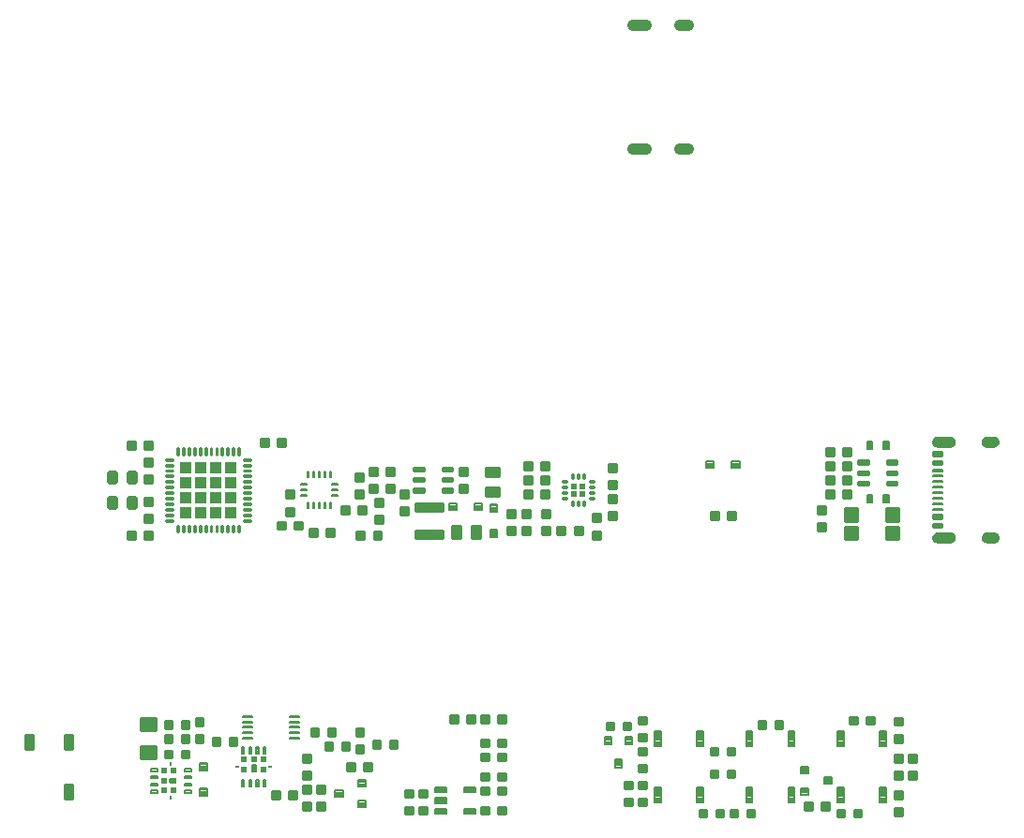
<source format=gbr>
G04 EAGLE Gerber RS-274X export*
G75*
%MOMM*%
%FSLAX34Y34*%
%LPD*%
%INSolderpaste Bottom*%
%IPPOS*%
%AMOC8*
5,1,8,0,0,1.08239X$1,22.5*%
G01*
%ADD10C,1.000000*%
%ADD11C,0.222250*%
%ADD12C,0.165000*%
%ADD13C,0.200000*%
%ADD14R,0.508000X0.508000*%
%ADD15R,0.394284X0.220853*%
%ADD16R,0.394281X0.220850*%
%ADD17C,0.254000*%
%ADD18C,0.150000*%
%ADD19C,0.317500*%
%ADD20C,0.190500*%
%ADD21R,0.220853X0.394284*%
%ADD22R,0.220850X0.394281*%
%ADD23C,0.225000*%
%ADD24C,0.550000*%
%ADD25R,1.050000X1.050000*%
%ADD26R,0.500000X0.500000*%
%ADD27C,0.184800*%
%ADD28C,0.369600*%
%ADD29C,0.363000*%
%ADD30C,0.285000*%
%ADD31C,0.350000*%

G36*
X893926Y317955D02*
X893926Y317955D01*
X893930Y317952D01*
X894976Y318171D01*
X894981Y318177D01*
X894986Y318174D01*
X895957Y318621D01*
X895961Y318628D01*
X895966Y318627D01*
X896813Y319278D01*
X896816Y319286D01*
X896821Y319286D01*
X897502Y320109D01*
X897503Y320117D01*
X897508Y320118D01*
X897989Y321072D01*
X897987Y321080D01*
X897993Y321083D01*
X898249Y322120D01*
X898248Y322123D01*
X898249Y322124D01*
X898246Y322127D01*
X898250Y322131D01*
X898269Y323199D01*
X898269Y323200D01*
X898273Y324169D01*
X898268Y324176D01*
X898272Y324180D01*
X898059Y325126D01*
X898053Y325131D01*
X898056Y325136D01*
X897638Y326011D01*
X897631Y326015D01*
X897632Y326021D01*
X897031Y326781D01*
X897023Y326783D01*
X897023Y326789D01*
X896267Y327396D01*
X896259Y327396D01*
X896258Y327402D01*
X895386Y327825D01*
X895378Y327824D01*
X895375Y327829D01*
X894431Y328048D01*
X894429Y328047D01*
X894422Y328047D01*
X894420Y328049D01*
X882420Y328049D01*
X882418Y328048D01*
X882416Y328049D01*
X881299Y327968D01*
X881293Y327963D01*
X881288Y327966D01*
X880216Y327639D01*
X880212Y327632D01*
X880206Y327634D01*
X879234Y327077D01*
X879231Y327069D01*
X879226Y327070D01*
X878402Y326310D01*
X878401Y326302D01*
X878395Y326302D01*
X877761Y325377D01*
X877762Y325369D01*
X877756Y325368D01*
X877344Y324326D01*
X877346Y324320D01*
X877342Y324317D01*
X877343Y324316D01*
X877341Y324315D01*
X877171Y323207D01*
X877175Y323201D01*
X877171Y323197D01*
X877239Y322089D01*
X877245Y322083D01*
X877241Y322078D01*
X877554Y321014D01*
X877561Y321009D01*
X877559Y321003D01*
X878101Y320035D01*
X878109Y320032D01*
X878108Y320026D01*
X878852Y319203D01*
X878860Y319201D01*
X878860Y319196D01*
X879769Y318558D01*
X879777Y318559D01*
X879778Y318553D01*
X880806Y318134D01*
X880814Y318136D01*
X880817Y318131D01*
X881912Y317951D01*
X881917Y317954D01*
X881920Y317951D01*
X893920Y317951D01*
X893926Y317955D01*
G37*
G36*
X893926Y404356D02*
X893926Y404356D01*
X893931Y404352D01*
X894986Y404584D01*
X894991Y404590D01*
X894997Y404587D01*
X895974Y405048D01*
X895978Y405055D01*
X895984Y405054D01*
X896834Y405720D01*
X896836Y405728D01*
X896842Y405728D01*
X897523Y406567D01*
X897523Y406575D01*
X897529Y406576D01*
X898006Y407546D01*
X898004Y407554D01*
X898010Y407556D01*
X898259Y408608D01*
X898256Y408616D01*
X898260Y408619D01*
X898269Y409700D01*
X898268Y409702D01*
X898269Y409703D01*
X898201Y410710D01*
X898195Y410716D01*
X898199Y410721D01*
X897908Y411686D01*
X897902Y411691D01*
X897904Y411697D01*
X897406Y412574D01*
X897398Y412577D01*
X897399Y412583D01*
X896718Y413327D01*
X896710Y413328D01*
X896710Y413334D01*
X895881Y413908D01*
X895873Y413908D01*
X895871Y413913D01*
X894935Y414288D01*
X894927Y414286D01*
X894924Y414291D01*
X893928Y414449D01*
X893925Y414447D01*
X893922Y414447D01*
X893920Y414449D01*
X881920Y414449D01*
X881917Y414447D01*
X881916Y414447D01*
X881915Y414449D01*
X880869Y414331D01*
X880863Y414325D01*
X880858Y414329D01*
X879864Y413981D01*
X879860Y413974D01*
X879855Y413976D01*
X878963Y413416D01*
X878961Y413409D01*
X878955Y413409D01*
X878211Y412665D01*
X878209Y412657D01*
X878204Y412657D01*
X877644Y411765D01*
X877644Y411757D01*
X877639Y411756D01*
X877291Y410762D01*
X877294Y410754D01*
X877289Y410751D01*
X877171Y409706D01*
X877174Y409700D01*
X877171Y409697D01*
X877229Y408577D01*
X877235Y408571D01*
X877231Y408566D01*
X877538Y407487D01*
X877544Y407482D01*
X877542Y407477D01*
X878081Y406493D01*
X878088Y406490D01*
X878087Y406484D01*
X878831Y405645D01*
X878839Y405644D01*
X878839Y405638D01*
X879752Y404985D01*
X879760Y404985D01*
X879761Y404980D01*
X880796Y404547D01*
X880803Y404548D01*
X880804Y404548D01*
X880806Y404544D01*
X881912Y404351D01*
X881917Y404354D01*
X881920Y404351D01*
X893920Y404351D01*
X893926Y404356D01*
G37*
G36*
X932722Y317953D02*
X932722Y317953D01*
X932724Y317951D01*
X933807Y318039D01*
X933813Y318045D01*
X933818Y318041D01*
X934854Y318368D01*
X934859Y318375D01*
X934864Y318373D01*
X935802Y318922D01*
X935805Y318930D01*
X935810Y318929D01*
X936602Y319673D01*
X936603Y319681D01*
X936609Y319681D01*
X937216Y320583D01*
X937215Y320591D01*
X937221Y320593D01*
X937611Y321607D01*
X937609Y321615D01*
X937614Y321618D01*
X937769Y322693D01*
X937766Y322699D01*
X937769Y322702D01*
X937735Y323802D01*
X937730Y323808D01*
X937734Y323813D01*
X937456Y324878D01*
X937450Y324883D01*
X937452Y324888D01*
X936944Y325865D01*
X936937Y325869D01*
X936938Y325874D01*
X936225Y326713D01*
X936217Y326715D01*
X936217Y326721D01*
X935336Y327381D01*
X935328Y327381D01*
X935326Y327386D01*
X934320Y327833D01*
X934312Y327831D01*
X934310Y327836D01*
X933229Y328048D01*
X933227Y328047D01*
X933222Y328047D01*
X933220Y328049D01*
X927220Y328049D01*
X927219Y328048D01*
X927218Y328049D01*
X926063Y327998D01*
X926057Y327993D01*
X926052Y327996D01*
X924938Y327689D01*
X924933Y327683D01*
X924928Y327685D01*
X923909Y327138D01*
X923906Y327131D01*
X923900Y327132D01*
X923029Y326372D01*
X923028Y326364D01*
X923022Y326364D01*
X922342Y325429D01*
X922342Y325421D01*
X922337Y325419D01*
X921882Y324357D01*
X921884Y324349D01*
X921879Y324346D01*
X921672Y323209D01*
X921676Y323200D01*
X921671Y323195D01*
X921777Y322058D01*
X921782Y322052D01*
X921779Y322047D01*
X922135Y320962D01*
X922142Y320957D01*
X922139Y320952D01*
X922728Y319973D01*
X922736Y319970D01*
X922735Y319964D01*
X923527Y319141D01*
X923535Y319140D01*
X923535Y319134D01*
X924490Y318507D01*
X924498Y318508D01*
X924500Y318502D01*
X925570Y318104D01*
X925578Y318106D01*
X925581Y318101D01*
X926714Y317951D01*
X926718Y317954D01*
X926720Y317951D01*
X932720Y317951D01*
X932722Y317953D01*
G37*
G36*
X932723Y404353D02*
X932723Y404353D01*
X932725Y404351D01*
X933817Y404452D01*
X933823Y404457D01*
X933828Y404454D01*
X934871Y404795D01*
X934876Y404802D01*
X934881Y404800D01*
X935822Y405364D01*
X935825Y405372D01*
X935831Y405371D01*
X936623Y406131D01*
X936624Y406139D01*
X936630Y406140D01*
X937233Y407057D01*
X937232Y407065D01*
X937238Y407067D01*
X937621Y408095D01*
X937619Y408103D01*
X937624Y408106D01*
X937769Y409194D01*
X937765Y409201D01*
X937769Y409205D01*
X937663Y410342D01*
X937658Y410348D01*
X937661Y410353D01*
X937305Y411438D01*
X937298Y411443D01*
X937301Y411448D01*
X936712Y412427D01*
X936704Y412430D01*
X936705Y412436D01*
X935913Y413259D01*
X935905Y413260D01*
X935905Y413266D01*
X934950Y413893D01*
X934942Y413892D01*
X934940Y413898D01*
X933870Y414296D01*
X933862Y414294D01*
X933859Y414299D01*
X932726Y414449D01*
X932723Y414447D01*
X932722Y414447D01*
X932720Y414449D01*
X926720Y414449D01*
X926717Y414447D01*
X926715Y414447D01*
X926714Y414449D01*
X925581Y414299D01*
X925575Y414293D01*
X925570Y414296D01*
X924500Y413898D01*
X924496Y413891D01*
X924490Y413893D01*
X923535Y413266D01*
X923532Y413258D01*
X923527Y413259D01*
X922735Y412436D01*
X922734Y412428D01*
X922728Y412427D01*
X922139Y411448D01*
X922140Y411440D01*
X922135Y411438D01*
X921779Y410353D01*
X921782Y410345D01*
X921777Y410342D01*
X921671Y409205D01*
X921675Y409198D01*
X921671Y409194D01*
X921816Y408106D01*
X921822Y408100D01*
X921819Y408095D01*
X922203Y407067D01*
X922209Y407062D01*
X922208Y407057D01*
X922810Y406140D01*
X922818Y406137D01*
X922817Y406131D01*
X923609Y405371D01*
X923617Y405370D01*
X923618Y405364D01*
X924559Y404800D01*
X924567Y404801D01*
X924569Y404795D01*
X925612Y404454D01*
X925620Y404456D01*
X925623Y404452D01*
X926716Y404351D01*
X926718Y404353D01*
X926720Y404351D01*
X932720Y404351D01*
X932723Y404353D01*
G37*
D10*
X648865Y785750D02*
X656865Y785750D01*
X618865Y785750D02*
X606865Y785750D01*
X648865Y674250D02*
X656865Y674250D01*
X618865Y674250D02*
X606865Y674250D01*
D11*
X849784Y78894D02*
X849784Y72226D01*
X843116Y72226D01*
X843116Y78894D01*
X849784Y78894D01*
X849784Y74338D02*
X843116Y74338D01*
X843116Y76450D02*
X849784Y76450D01*
X849784Y78562D02*
X843116Y78562D01*
X849784Y87466D02*
X849784Y94134D01*
X849784Y87466D02*
X843116Y87466D01*
X843116Y94134D01*
X849784Y94134D01*
X849784Y89578D02*
X843116Y89578D01*
X843116Y91690D02*
X849784Y91690D01*
X849784Y93802D02*
X843116Y93802D01*
X688494Y77624D02*
X681826Y77624D01*
X688494Y77624D02*
X688494Y70956D01*
X681826Y70956D01*
X681826Y77624D01*
X681826Y73068D02*
X688494Y73068D01*
X688494Y75180D02*
X681826Y75180D01*
X681826Y77292D02*
X688494Y77292D01*
X673254Y77624D02*
X666586Y77624D01*
X673254Y77624D02*
X673254Y70956D01*
X666586Y70956D01*
X666586Y77624D01*
X666586Y73068D02*
X673254Y73068D01*
X673254Y75180D02*
X666586Y75180D01*
X666586Y77292D02*
X673254Y77292D01*
X694526Y70956D02*
X701194Y70956D01*
X694526Y70956D02*
X694526Y77624D01*
X701194Y77624D01*
X701194Y70956D01*
X701194Y73068D02*
X694526Y73068D01*
X694526Y75180D02*
X701194Y75180D01*
X701194Y77292D02*
X694526Y77292D01*
X709766Y70956D02*
X716434Y70956D01*
X709766Y70956D02*
X709766Y77624D01*
X716434Y77624D01*
X716434Y70956D01*
X716434Y73068D02*
X709766Y73068D01*
X709766Y75180D02*
X716434Y75180D01*
X716434Y77292D02*
X709766Y77292D01*
X735166Y157380D02*
X741834Y157380D01*
X741834Y150712D01*
X735166Y150712D01*
X735166Y157380D01*
X735166Y152824D02*
X741834Y152824D01*
X741834Y154936D02*
X735166Y154936D01*
X735166Y157048D02*
X741834Y157048D01*
X726594Y157380D02*
X719926Y157380D01*
X726594Y157380D02*
X726594Y150712D01*
X719926Y150712D01*
X719926Y157380D01*
X719926Y152824D02*
X726594Y152824D01*
X726594Y154936D02*
X719926Y154936D01*
X719926Y157048D02*
X726594Y157048D01*
X843116Y160554D02*
X849784Y160554D01*
X849784Y153886D01*
X843116Y153886D01*
X843116Y160554D01*
X843116Y155998D02*
X849784Y155998D01*
X849784Y158110D02*
X843116Y158110D01*
X843116Y160222D02*
X849784Y160222D01*
X849784Y144554D02*
X843116Y144554D01*
X849784Y144554D02*
X849784Y137886D01*
X843116Y137886D01*
X843116Y144554D01*
X843116Y139998D02*
X849784Y139998D01*
X849784Y142110D02*
X843116Y142110D01*
X843116Y144222D02*
X849784Y144222D01*
X491644Y162460D02*
X484976Y162460D01*
X491644Y162460D02*
X491644Y155792D01*
X484976Y155792D01*
X484976Y162460D01*
X484976Y157904D02*
X491644Y157904D01*
X491644Y160016D02*
X484976Y160016D01*
X484976Y162128D02*
X491644Y162128D01*
X476404Y162460D02*
X469736Y162460D01*
X476404Y162460D02*
X476404Y155792D01*
X469736Y155792D01*
X469736Y162460D01*
X469736Y157904D02*
X476404Y157904D01*
X476404Y160016D02*
X469736Y160016D01*
X469736Y162128D02*
X476404Y162128D01*
X463704Y162460D02*
X457036Y162460D01*
X463704Y162460D02*
X463704Y155792D01*
X457036Y155792D01*
X457036Y162460D01*
X457036Y157904D02*
X463704Y157904D01*
X463704Y160016D02*
X457036Y160016D01*
X457036Y162128D02*
X463704Y162128D01*
X448464Y162460D02*
X441796Y162460D01*
X448464Y162460D02*
X448464Y155792D01*
X441796Y155792D01*
X441796Y162460D01*
X441796Y157904D02*
X448464Y157904D01*
X448464Y160016D02*
X441796Y160016D01*
X441796Y162128D02*
X448464Y162128D01*
X469736Y134456D02*
X476404Y134456D01*
X469736Y134456D02*
X469736Y141124D01*
X476404Y141124D01*
X476404Y134456D01*
X476404Y136568D02*
X469736Y136568D01*
X469736Y138680D02*
X476404Y138680D01*
X476404Y140792D02*
X469736Y140792D01*
X484976Y134456D02*
X491644Y134456D01*
X484976Y134456D02*
X484976Y141124D01*
X491644Y141124D01*
X491644Y134456D01*
X491644Y136568D02*
X484976Y136568D01*
X484976Y138680D02*
X491644Y138680D01*
X491644Y140792D02*
X484976Y140792D01*
X476404Y121756D02*
X469736Y121756D01*
X469736Y128424D01*
X476404Y128424D01*
X476404Y121756D01*
X476404Y123868D02*
X469736Y123868D01*
X469736Y125980D02*
X476404Y125980D01*
X476404Y128092D02*
X469736Y128092D01*
X484976Y121756D02*
X491644Y121756D01*
X484976Y121756D02*
X484976Y128424D01*
X491644Y128424D01*
X491644Y121756D01*
X491644Y123868D02*
X484976Y123868D01*
X484976Y125980D02*
X491644Y125980D01*
X491644Y128092D02*
X484976Y128092D01*
X476404Y103976D02*
X469736Y103976D01*
X469736Y110644D01*
X476404Y110644D01*
X476404Y103976D01*
X476404Y106088D02*
X469736Y106088D01*
X469736Y108200D02*
X476404Y108200D01*
X476404Y110312D02*
X469736Y110312D01*
X484976Y103976D02*
X491644Y103976D01*
X484976Y103976D02*
X484976Y110644D01*
X491644Y110644D01*
X491644Y103976D01*
X491644Y106088D02*
X484976Y106088D01*
X484976Y108200D02*
X491644Y108200D01*
X491644Y110312D02*
X484976Y110312D01*
X599276Y103024D02*
X599276Y96356D01*
X599276Y103024D02*
X605944Y103024D01*
X605944Y96356D01*
X599276Y96356D01*
X599276Y98468D02*
X605944Y98468D01*
X605944Y100580D02*
X599276Y100580D01*
X599276Y102692D02*
X605944Y102692D01*
X599276Y87784D02*
X599276Y81116D01*
X599276Y87784D02*
X605944Y87784D01*
X605944Y81116D01*
X599276Y81116D01*
X599276Y83228D02*
X605944Y83228D01*
X605944Y85340D02*
X599276Y85340D01*
X599276Y87452D02*
X605944Y87452D01*
X611976Y96356D02*
X611976Y103024D01*
X618644Y103024D01*
X618644Y96356D01*
X611976Y96356D01*
X611976Y98468D02*
X618644Y98468D01*
X618644Y100580D02*
X611976Y100580D01*
X611976Y102692D02*
X618644Y102692D01*
X611976Y87784D02*
X611976Y81116D01*
X611976Y87784D02*
X618644Y87784D01*
X618644Y81116D01*
X611976Y81116D01*
X611976Y83228D02*
X618644Y83228D01*
X618644Y85340D02*
X611976Y85340D01*
X611976Y87452D02*
X618644Y87452D01*
D12*
X296986Y161335D02*
X296986Y162185D01*
X305336Y162185D01*
X305336Y161335D01*
X296986Y161335D01*
X296986Y157185D02*
X296986Y156335D01*
X296986Y157185D02*
X305336Y157185D01*
X305336Y156335D01*
X296986Y156335D01*
X296986Y152185D02*
X296986Y151335D01*
X296986Y152185D02*
X305336Y152185D01*
X305336Y151335D01*
X296986Y151335D01*
X296986Y147185D02*
X296986Y146335D01*
X296986Y147185D02*
X305336Y147185D01*
X305336Y146335D01*
X296986Y146335D01*
X296986Y142185D02*
X296986Y141335D01*
X296986Y142185D02*
X305336Y142185D01*
X305336Y141335D01*
X296986Y141335D01*
X263074Y141335D02*
X263074Y142185D01*
X263074Y141335D02*
X254724Y141335D01*
X254724Y142185D01*
X263074Y142185D01*
X263074Y146335D02*
X263074Y147185D01*
X263074Y146335D02*
X254724Y146335D01*
X254724Y147185D01*
X263074Y147185D01*
X263074Y151335D02*
X263074Y152185D01*
X263074Y151335D02*
X254724Y151335D01*
X254724Y152185D01*
X263074Y152185D01*
X263074Y156335D02*
X263074Y157185D01*
X263074Y156335D02*
X254724Y156335D01*
X254724Y157185D01*
X263074Y157185D01*
X263074Y161335D02*
X263074Y162185D01*
X263074Y161335D02*
X254724Y161335D01*
X254724Y162185D01*
X263074Y162185D01*
D11*
X281014Y87466D02*
X287682Y87466D01*
X281014Y87466D02*
X281014Y94134D01*
X287682Y94134D01*
X287682Y87466D01*
X287682Y89578D02*
X281014Y89578D01*
X281014Y91690D02*
X287682Y91690D01*
X287682Y93802D02*
X281014Y93802D01*
X296254Y87466D02*
X302922Y87466D01*
X296254Y87466D02*
X296254Y94134D01*
X302922Y94134D01*
X302922Y87466D01*
X302922Y89578D02*
X296254Y89578D01*
X296254Y91690D02*
X302922Y91690D01*
X302922Y93802D02*
X296254Y93802D01*
X205894Y157634D02*
X199226Y157634D01*
X205894Y157634D02*
X205894Y150966D01*
X199226Y150966D01*
X199226Y157634D01*
X199226Y153078D02*
X205894Y153078D01*
X205894Y155190D02*
X199226Y155190D01*
X199226Y157302D02*
X205894Y157302D01*
X190654Y157634D02*
X183986Y157634D01*
X190654Y157634D02*
X190654Y150966D01*
X183986Y150966D01*
X183986Y157634D01*
X183986Y153078D02*
X190654Y153078D01*
X190654Y155190D02*
X183986Y155190D01*
X183986Y157302D02*
X190654Y157302D01*
X211926Y160174D02*
X211926Y153506D01*
X211926Y160174D02*
X218594Y160174D01*
X218594Y153506D01*
X211926Y153506D01*
X211926Y155618D02*
X218594Y155618D01*
X218594Y157730D02*
X211926Y157730D01*
X211926Y159842D02*
X218594Y159842D01*
X211926Y144934D02*
X211926Y138266D01*
X211926Y144934D02*
X218594Y144934D01*
X218594Y138266D01*
X211926Y138266D01*
X211926Y140378D02*
X218594Y140378D01*
X218594Y142490D02*
X211926Y142490D01*
X211926Y144602D02*
X218594Y144602D01*
X205894Y144934D02*
X199226Y144934D01*
X205894Y144934D02*
X205894Y138266D01*
X199226Y138266D01*
X199226Y144934D01*
X199226Y140378D02*
X205894Y140378D01*
X205894Y142490D02*
X199226Y142490D01*
X199226Y144602D02*
X205894Y144602D01*
X190654Y144934D02*
X183986Y144934D01*
X190654Y144934D02*
X190654Y138266D01*
X183986Y138266D01*
X183986Y144934D01*
X183986Y140378D02*
X190654Y140378D01*
X190654Y142490D02*
X183986Y142490D01*
X183986Y144602D02*
X190654Y144602D01*
X242406Y142394D02*
X249074Y142394D01*
X249074Y135726D01*
X242406Y135726D01*
X242406Y142394D01*
X242406Y137838D02*
X249074Y137838D01*
X249074Y139950D02*
X242406Y139950D01*
X242406Y142062D02*
X249074Y142062D01*
X233834Y142394D02*
X227166Y142394D01*
X233834Y142394D02*
X233834Y135726D01*
X227166Y135726D01*
X227166Y142394D01*
X227166Y137838D02*
X233834Y137838D01*
X233834Y139950D02*
X227166Y139950D01*
X227166Y142062D02*
X233834Y142062D01*
D13*
X275286Y104200D02*
X275286Y98200D01*
X273286Y98200D01*
X273286Y104200D01*
X275286Y104200D01*
X275286Y100100D02*
X273286Y100100D01*
X273286Y102000D02*
X275286Y102000D01*
X275286Y103900D02*
X273286Y103900D01*
X268786Y104200D02*
X268786Y98200D01*
X266786Y98200D01*
X266786Y104200D01*
X268786Y104200D01*
X268786Y100100D02*
X266786Y100100D01*
X266786Y102000D02*
X268786Y102000D01*
X268786Y103900D02*
X266786Y103900D01*
X262286Y104200D02*
X262286Y98200D01*
X260286Y98200D01*
X260286Y104200D01*
X262286Y104200D01*
X262286Y100100D02*
X260286Y100100D01*
X260286Y102000D02*
X262286Y102000D01*
X262286Y103900D02*
X260286Y103900D01*
X255786Y104200D02*
X255786Y98200D01*
X253786Y98200D01*
X253786Y104200D01*
X255786Y104200D01*
X255786Y100100D02*
X253786Y100100D01*
X253786Y102000D02*
X255786Y102000D01*
X255786Y103900D02*
X253786Y103900D01*
X255786Y128200D02*
X255786Y134200D01*
X255786Y128200D02*
X253786Y128200D01*
X253786Y134200D01*
X255786Y134200D01*
X255786Y130100D02*
X253786Y130100D01*
X253786Y132000D02*
X255786Y132000D01*
X255786Y133900D02*
X253786Y133900D01*
X262286Y134200D02*
X262286Y128200D01*
X260286Y128200D01*
X260286Y134200D01*
X262286Y134200D01*
X262286Y130100D02*
X260286Y130100D01*
X260286Y132000D02*
X262286Y132000D01*
X262286Y133900D02*
X260286Y133900D01*
X268786Y134200D02*
X268786Y128200D01*
X266786Y128200D01*
X266786Y134200D01*
X268786Y134200D01*
X268786Y130100D02*
X266786Y130100D01*
X266786Y132000D02*
X268786Y132000D01*
X268786Y133900D02*
X266786Y133900D01*
X275286Y134200D02*
X275286Y128200D01*
X273286Y128200D01*
X273286Y134200D01*
X275286Y134200D01*
X275286Y130100D02*
X273286Y130100D01*
X273286Y132000D02*
X275286Y132000D01*
X275286Y133900D02*
X273286Y133900D01*
D14*
X273426Y113660D03*
X273426Y122550D03*
X264536Y113660D03*
X264536Y122550D03*
X255646Y113660D03*
X255646Y122550D03*
D15*
X279613Y116204D03*
D16*
X249658Y116209D03*
D17*
X265806Y117470D02*
X265806Y114930D01*
X263266Y114930D01*
X263266Y117470D01*
X265806Y117470D01*
X265806Y117343D02*
X263266Y117343D01*
D13*
X765274Y97000D02*
X765274Y91000D01*
X758274Y91000D01*
X758274Y97000D01*
X765274Y97000D01*
X765274Y92900D02*
X758274Y92900D01*
X758274Y94800D02*
X765274Y94800D01*
X765274Y96700D02*
X758274Y96700D01*
X765274Y110000D02*
X765274Y116000D01*
X765274Y110000D02*
X758274Y110000D01*
X758274Y116000D01*
X765274Y116000D01*
X765274Y111900D02*
X758274Y111900D01*
X758274Y113800D02*
X765274Y113800D01*
X765274Y115700D02*
X758274Y115700D01*
X786274Y106500D02*
X786274Y100500D01*
X779274Y100500D01*
X779274Y106500D01*
X786274Y106500D01*
X786274Y102400D02*
X779274Y102400D01*
X779274Y104300D02*
X786274Y104300D01*
X786274Y106200D02*
X779274Y106200D01*
D11*
X802476Y154776D02*
X809144Y154776D01*
X802476Y154776D02*
X802476Y161444D01*
X809144Y161444D01*
X809144Y154776D01*
X809144Y156888D02*
X802476Y156888D01*
X802476Y159000D02*
X809144Y159000D01*
X809144Y161112D02*
X802476Y161112D01*
X817716Y154776D02*
X824384Y154776D01*
X817716Y154776D02*
X817716Y161444D01*
X824384Y161444D01*
X824384Y154776D01*
X824384Y156888D02*
X817716Y156888D01*
X817716Y159000D02*
X824384Y159000D01*
X824384Y161112D02*
X817716Y161112D01*
X768504Y77306D02*
X761836Y77306D01*
X761836Y83974D01*
X768504Y83974D01*
X768504Y77306D01*
X768504Y79418D02*
X761836Y79418D01*
X761836Y81530D02*
X768504Y81530D01*
X768504Y83642D02*
X761836Y83642D01*
X777076Y77306D02*
X783744Y77306D01*
X777076Y77306D02*
X777076Y83974D01*
X783744Y83974D01*
X783744Y77306D01*
X783744Y79418D02*
X777076Y79418D01*
X777076Y81530D02*
X783744Y81530D01*
X783744Y83642D02*
X777076Y83642D01*
D18*
X464710Y78470D02*
X464710Y73970D01*
X454210Y73970D01*
X454210Y78470D01*
X464710Y78470D01*
X464710Y75395D02*
X454210Y75395D01*
X454210Y76820D02*
X464710Y76820D01*
X464710Y78245D02*
X454210Y78245D01*
X464710Y92970D02*
X464710Y97470D01*
X464710Y92970D02*
X454210Y92970D01*
X454210Y97470D01*
X464710Y97470D01*
X464710Y94395D02*
X454210Y94395D01*
X454210Y95820D02*
X464710Y95820D01*
X464710Y97245D02*
X454210Y97245D01*
X438590Y78470D02*
X438590Y73970D01*
X428090Y73970D01*
X428090Y78470D01*
X438590Y78470D01*
X438590Y75395D02*
X428090Y75395D01*
X428090Y76820D02*
X438590Y76820D01*
X438590Y78245D02*
X428090Y78245D01*
X438590Y83470D02*
X438590Y87970D01*
X438590Y83470D02*
X428090Y83470D01*
X428090Y87970D01*
X438590Y87970D01*
X438590Y84895D02*
X428090Y84895D01*
X428090Y86320D02*
X438590Y86320D01*
X438590Y87745D02*
X428090Y87745D01*
X438590Y92970D02*
X438590Y97470D01*
X438590Y92970D02*
X428090Y92970D01*
X428090Y97470D01*
X438590Y97470D01*
X438590Y94395D02*
X428090Y94395D01*
X428090Y95820D02*
X438590Y95820D01*
X438590Y97245D02*
X428090Y97245D01*
D11*
X350674Y138330D02*
X344006Y138330D01*
X350674Y138330D02*
X350674Y131662D01*
X344006Y131662D01*
X344006Y138330D01*
X344006Y133774D02*
X350674Y133774D01*
X350674Y135886D02*
X344006Y135886D01*
X344006Y137998D02*
X350674Y137998D01*
X335434Y138330D02*
X328766Y138330D01*
X335434Y138330D02*
X335434Y131662D01*
X328766Y131662D01*
X328766Y138330D01*
X328766Y133774D02*
X335434Y133774D01*
X335434Y135886D02*
X328766Y135886D01*
X328766Y137998D02*
X335434Y137998D01*
X356706Y144362D02*
X356706Y151030D01*
X363374Y151030D01*
X363374Y144362D01*
X356706Y144362D01*
X356706Y146474D02*
X363374Y146474D01*
X363374Y148586D02*
X356706Y148586D01*
X356706Y150698D02*
X363374Y150698D01*
X356706Y135790D02*
X356706Y129122D01*
X356706Y135790D02*
X363374Y135790D01*
X363374Y129122D01*
X356706Y129122D01*
X356706Y131234D02*
X363374Y131234D01*
X363374Y133346D02*
X356706Y133346D01*
X356706Y135458D02*
X363374Y135458D01*
X315622Y111914D02*
X315622Y105246D01*
X308954Y105246D01*
X308954Y111914D01*
X315622Y111914D01*
X315622Y107358D02*
X308954Y107358D01*
X308954Y109470D02*
X315622Y109470D01*
X315622Y111582D02*
X308954Y111582D01*
X315622Y120486D02*
X315622Y127154D01*
X315622Y120486D02*
X308954Y120486D01*
X308954Y127154D01*
X315622Y127154D01*
X315622Y122598D02*
X308954Y122598D01*
X308954Y124710D02*
X315622Y124710D01*
X315622Y126822D02*
X308954Y126822D01*
X407824Y80164D02*
X407824Y73496D01*
X401156Y73496D01*
X401156Y80164D01*
X407824Y80164D01*
X407824Y75608D02*
X401156Y75608D01*
X401156Y77720D02*
X407824Y77720D01*
X407824Y79832D02*
X401156Y79832D01*
X407824Y88736D02*
X407824Y95404D01*
X407824Y88736D02*
X401156Y88736D01*
X401156Y95404D01*
X407824Y95404D01*
X407824Y90848D02*
X401156Y90848D01*
X401156Y92960D02*
X407824Y92960D01*
X407824Y95072D02*
X401156Y95072D01*
X420524Y80164D02*
X420524Y73496D01*
X413856Y73496D01*
X413856Y80164D01*
X420524Y80164D01*
X420524Y75608D02*
X413856Y75608D01*
X413856Y77720D02*
X420524Y77720D01*
X420524Y79832D02*
X413856Y79832D01*
X420524Y88736D02*
X420524Y95404D01*
X420524Y88736D02*
X413856Y88736D01*
X413856Y95404D01*
X420524Y95404D01*
X420524Y90848D02*
X413856Y90848D01*
X413856Y92960D02*
X420524Y92960D01*
X420524Y95072D02*
X413856Y95072D01*
D13*
X222070Y96770D02*
X222070Y89770D01*
X216070Y89770D01*
X216070Y96770D01*
X222070Y96770D01*
X222070Y91670D02*
X216070Y91670D01*
X216070Y93570D02*
X222070Y93570D01*
X222070Y95470D02*
X216070Y95470D01*
X222070Y112770D02*
X222070Y119770D01*
X222070Y112770D02*
X216070Y112770D01*
X216070Y119770D01*
X222070Y119770D01*
X222070Y114670D02*
X216070Y114670D01*
X216070Y116570D02*
X222070Y116570D01*
X222070Y118470D02*
X216070Y118470D01*
D19*
X175573Y124137D02*
X175573Y133663D01*
X175573Y124137D02*
X163507Y124137D01*
X163507Y133663D01*
X175573Y133663D01*
X175573Y127153D02*
X163507Y127153D01*
X163507Y130169D02*
X175573Y130169D01*
X175573Y133185D02*
X163507Y133185D01*
X175573Y149537D02*
X175573Y159063D01*
X175573Y149537D02*
X163507Y149537D01*
X163507Y159063D01*
X175573Y159063D01*
X175573Y152553D02*
X163507Y152553D01*
X163507Y155569D02*
X175573Y155569D01*
X175573Y158585D02*
X163507Y158585D01*
D11*
X806286Y77624D02*
X812954Y77624D01*
X812954Y70956D01*
X806286Y70956D01*
X806286Y77624D01*
X806286Y73068D02*
X812954Y73068D01*
X812954Y75180D02*
X806286Y75180D01*
X806286Y77292D02*
X812954Y77292D01*
X797714Y77624D02*
X791046Y77624D01*
X797714Y77624D02*
X797714Y70956D01*
X791046Y70956D01*
X791046Y77624D01*
X791046Y73068D02*
X797714Y73068D01*
X797714Y75180D02*
X791046Y75180D01*
X791046Y77292D02*
X797714Y77292D01*
D20*
X670238Y84132D02*
X664522Y84132D01*
X664522Y97468D01*
X670238Y97468D01*
X670238Y84132D01*
X670238Y85942D02*
X664522Y85942D01*
X664522Y87752D02*
X670238Y87752D01*
X670238Y89562D02*
X664522Y89562D01*
X664522Y91372D02*
X670238Y91372D01*
X670238Y93182D02*
X664522Y93182D01*
X664522Y94992D02*
X670238Y94992D01*
X670238Y96802D02*
X664522Y96802D01*
X664522Y134932D02*
X670238Y134932D01*
X664522Y134932D02*
X664522Y148268D01*
X670238Y148268D01*
X670238Y134932D01*
X670238Y136742D02*
X664522Y136742D01*
X664522Y138552D02*
X670238Y138552D01*
X670238Y140362D02*
X664522Y140362D01*
X664522Y142172D02*
X670238Y142172D01*
X670238Y143982D02*
X664522Y143982D01*
X664522Y145792D02*
X670238Y145792D01*
X670238Y147602D02*
X664522Y147602D01*
X632138Y84132D02*
X626422Y84132D01*
X626422Y97468D01*
X632138Y97468D01*
X632138Y84132D01*
X632138Y85942D02*
X626422Y85942D01*
X626422Y87752D02*
X632138Y87752D01*
X632138Y89562D02*
X626422Y89562D01*
X626422Y91372D02*
X632138Y91372D01*
X632138Y93182D02*
X626422Y93182D01*
X626422Y94992D02*
X632138Y94992D01*
X632138Y96802D02*
X626422Y96802D01*
X626422Y134932D02*
X632138Y134932D01*
X626422Y134932D02*
X626422Y148268D01*
X632138Y148268D01*
X632138Y134932D01*
X632138Y136742D02*
X626422Y136742D01*
X626422Y138552D02*
X632138Y138552D01*
X632138Y140362D02*
X626422Y140362D01*
X626422Y142172D02*
X632138Y142172D01*
X632138Y143982D02*
X626422Y143982D01*
X626422Y145792D02*
X632138Y145792D01*
X632138Y147602D02*
X626422Y147602D01*
X791522Y148268D02*
X797238Y148268D01*
X797238Y134932D01*
X791522Y134932D01*
X791522Y148268D01*
X791522Y136742D02*
X797238Y136742D01*
X797238Y138552D02*
X791522Y138552D01*
X791522Y140362D02*
X797238Y140362D01*
X797238Y142172D02*
X791522Y142172D01*
X791522Y143982D02*
X797238Y143982D01*
X797238Y145792D02*
X791522Y145792D01*
X791522Y147602D02*
X797238Y147602D01*
X797238Y97468D02*
X791522Y97468D01*
X797238Y97468D02*
X797238Y84132D01*
X791522Y84132D01*
X791522Y97468D01*
X791522Y85942D02*
X797238Y85942D01*
X797238Y87752D02*
X791522Y87752D01*
X791522Y89562D02*
X797238Y89562D01*
X797238Y91372D02*
X791522Y91372D01*
X791522Y93182D02*
X797238Y93182D01*
X797238Y94992D02*
X791522Y94992D01*
X791522Y96802D02*
X797238Y96802D01*
X829622Y148268D02*
X835338Y148268D01*
X835338Y134932D01*
X829622Y134932D01*
X829622Y148268D01*
X829622Y136742D02*
X835338Y136742D01*
X835338Y138552D02*
X829622Y138552D01*
X829622Y140362D02*
X835338Y140362D01*
X835338Y142172D02*
X829622Y142172D01*
X829622Y143982D02*
X835338Y143982D01*
X835338Y145792D02*
X829622Y145792D01*
X829622Y147602D02*
X835338Y147602D01*
X835338Y97468D02*
X829622Y97468D01*
X835338Y97468D02*
X835338Y84132D01*
X829622Y84132D01*
X829622Y97468D01*
X829622Y85942D02*
X835338Y85942D01*
X835338Y87752D02*
X829622Y87752D01*
X829622Y89562D02*
X835338Y89562D01*
X835338Y91372D02*
X829622Y91372D01*
X829622Y93182D02*
X835338Y93182D01*
X835338Y94992D02*
X829622Y94992D01*
X829622Y96802D02*
X835338Y96802D01*
D13*
X207860Y114250D02*
X201860Y114250D01*
X207860Y114250D02*
X207860Y112250D01*
X201860Y112250D01*
X201860Y114250D01*
X201860Y114150D02*
X207860Y114150D01*
X207860Y107750D02*
X201860Y107750D01*
X207860Y107750D02*
X207860Y105750D01*
X201860Y105750D01*
X201860Y107750D01*
X201860Y107650D02*
X207860Y107650D01*
X207860Y101250D02*
X201860Y101250D01*
X207860Y101250D02*
X207860Y99250D01*
X201860Y99250D01*
X201860Y101250D01*
X201860Y101150D02*
X207860Y101150D01*
X207860Y94750D02*
X201860Y94750D01*
X207860Y94750D02*
X207860Y92750D01*
X201860Y92750D01*
X201860Y94750D01*
X201860Y94650D02*
X207860Y94650D01*
X177860Y94750D02*
X171860Y94750D01*
X177860Y94750D02*
X177860Y92750D01*
X171860Y92750D01*
X171860Y94750D01*
X171860Y94650D02*
X177860Y94650D01*
X177860Y101250D02*
X171860Y101250D01*
X177860Y101250D02*
X177860Y99250D01*
X171860Y99250D01*
X171860Y101250D01*
X171860Y101150D02*
X177860Y101150D01*
X177860Y107750D02*
X171860Y107750D01*
X177860Y107750D02*
X177860Y105750D01*
X171860Y105750D01*
X171860Y107750D01*
X171860Y107650D02*
X177860Y107650D01*
X177860Y114250D02*
X171860Y114250D01*
X177860Y114250D02*
X177860Y112250D01*
X171860Y112250D01*
X171860Y114250D01*
X171860Y114150D02*
X177860Y114150D01*
D14*
X192400Y112390D03*
X183510Y112390D03*
X192400Y103500D03*
X183510Y103500D03*
X192400Y94610D03*
X183510Y94610D03*
D21*
X189856Y118577D03*
D22*
X189851Y88622D03*
D17*
X188590Y104770D02*
X191130Y104770D01*
X191130Y102230D01*
X188590Y102230D01*
X188590Y104770D01*
X188590Y104643D02*
X191130Y104643D01*
D11*
X190654Y124296D02*
X183986Y124296D01*
X183986Y130964D01*
X190654Y130964D01*
X190654Y124296D01*
X190654Y126408D02*
X183986Y126408D01*
X183986Y128520D02*
X190654Y128520D01*
X190654Y130632D02*
X183986Y130632D01*
X199226Y124296D02*
X205894Y124296D01*
X199226Y124296D02*
X199226Y130964D01*
X205894Y130964D01*
X205894Y124296D01*
X205894Y126408D02*
X199226Y126408D01*
X199226Y128520D02*
X205894Y128520D01*
X205894Y130632D02*
X199226Y130632D01*
D13*
X358920Y104570D02*
X358920Y98570D01*
X358920Y104570D02*
X365920Y104570D01*
X365920Y98570D01*
X358920Y98570D01*
X358920Y100470D02*
X365920Y100470D01*
X365920Y102370D02*
X358920Y102370D01*
X358920Y104270D02*
X365920Y104270D01*
X358920Y85570D02*
X358920Y79570D01*
X358920Y85570D02*
X365920Y85570D01*
X365920Y79570D01*
X358920Y79570D01*
X358920Y81470D02*
X365920Y81470D01*
X365920Y83370D02*
X358920Y83370D01*
X358920Y85270D02*
X365920Y85270D01*
X337920Y89070D02*
X337920Y95070D01*
X344920Y95070D01*
X344920Y89070D01*
X337920Y89070D01*
X337920Y90970D02*
X344920Y90970D01*
X344920Y92870D02*
X337920Y92870D01*
X337920Y94770D02*
X344920Y94770D01*
D11*
X363818Y119534D02*
X370486Y119534D01*
X370486Y112866D01*
X363818Y112866D01*
X363818Y119534D01*
X363818Y114978D02*
X370486Y114978D01*
X370486Y117090D02*
X363818Y117090D01*
X363818Y119202D02*
X370486Y119202D01*
X355246Y119534D02*
X348578Y119534D01*
X355246Y119534D02*
X355246Y112866D01*
X348578Y112866D01*
X348578Y119534D01*
X348578Y114978D02*
X355246Y114978D01*
X355246Y117090D02*
X348578Y117090D01*
X348578Y119202D02*
X355246Y119202D01*
X328322Y83974D02*
X328322Y77306D01*
X321654Y77306D01*
X321654Y83974D01*
X328322Y83974D01*
X328322Y79418D02*
X321654Y79418D01*
X321654Y81530D02*
X328322Y81530D01*
X328322Y83642D02*
X321654Y83642D01*
X328322Y92546D02*
X328322Y99214D01*
X328322Y92546D02*
X321654Y92546D01*
X321654Y99214D01*
X328322Y99214D01*
X328322Y94658D02*
X321654Y94658D01*
X321654Y96770D02*
X328322Y96770D01*
X328322Y98882D02*
X321654Y98882D01*
X315622Y83974D02*
X315622Y77306D01*
X308954Y77306D01*
X308954Y83974D01*
X315622Y83974D01*
X315622Y79418D02*
X308954Y79418D01*
X308954Y81530D02*
X315622Y81530D01*
X315622Y83642D02*
X308954Y83642D01*
X315622Y92546D02*
X315622Y99214D01*
X315622Y92546D02*
X308954Y92546D01*
X308954Y99214D01*
X315622Y99214D01*
X315622Y94658D02*
X308954Y94658D01*
X308954Y96770D02*
X315622Y96770D01*
X315622Y98882D02*
X308954Y98882D01*
X371946Y133186D02*
X378614Y133186D01*
X371946Y133186D02*
X371946Y139854D01*
X378614Y139854D01*
X378614Y133186D01*
X378614Y135298D02*
X371946Y135298D01*
X371946Y137410D02*
X378614Y137410D01*
X378614Y139522D02*
X371946Y139522D01*
X387186Y133186D02*
X393854Y133186D01*
X387186Y133186D02*
X387186Y139854D01*
X393854Y139854D01*
X393854Y133186D01*
X393854Y135298D02*
X387186Y135298D01*
X387186Y137410D02*
X393854Y137410D01*
X393854Y139522D02*
X387186Y139522D01*
X337974Y151030D02*
X331306Y151030D01*
X337974Y151030D02*
X337974Y144362D01*
X331306Y144362D01*
X331306Y151030D01*
X331306Y146474D02*
X337974Y146474D01*
X337974Y148586D02*
X331306Y148586D01*
X331306Y150698D02*
X337974Y150698D01*
X322734Y151030D02*
X316066Y151030D01*
X322734Y151030D02*
X322734Y144362D01*
X316066Y144362D01*
X316066Y151030D01*
X316066Y146474D02*
X322734Y146474D01*
X322734Y148586D02*
X316066Y148586D01*
X316066Y150698D02*
X322734Y150698D01*
D23*
X58495Y145075D02*
X58495Y132325D01*
X58495Y145075D02*
X65245Y145075D01*
X65245Y132325D01*
X58495Y132325D01*
X58495Y134462D02*
X65245Y134462D01*
X65245Y136599D02*
X58495Y136599D01*
X58495Y138736D02*
X65245Y138736D01*
X65245Y140873D02*
X58495Y140873D01*
X58495Y143010D02*
X65245Y143010D01*
X93495Y145075D02*
X93495Y132325D01*
X93495Y145075D02*
X100245Y145075D01*
X100245Y132325D01*
X93495Y132325D01*
X93495Y134462D02*
X100245Y134462D01*
X100245Y136599D02*
X93495Y136599D01*
X93495Y138736D02*
X100245Y138736D01*
X100245Y140873D02*
X93495Y140873D01*
X93495Y143010D02*
X100245Y143010D01*
X93495Y100075D02*
X93495Y87325D01*
X93495Y100075D02*
X100245Y100075D01*
X100245Y87325D01*
X93495Y87325D01*
X93495Y89462D02*
X100245Y89462D01*
X100245Y91599D02*
X93495Y91599D01*
X93495Y93736D02*
X100245Y93736D01*
X100245Y95873D02*
X93495Y95873D01*
X93495Y98010D02*
X100245Y98010D01*
D11*
X484976Y97944D02*
X491644Y97944D01*
X491644Y91276D01*
X484976Y91276D01*
X484976Y97944D01*
X484976Y93388D02*
X491644Y93388D01*
X491644Y95500D02*
X484976Y95500D01*
X484976Y97612D02*
X491644Y97612D01*
X476404Y97944D02*
X469736Y97944D01*
X476404Y97944D02*
X476404Y91276D01*
X469736Y91276D01*
X469736Y97944D01*
X469736Y93388D02*
X476404Y93388D01*
X476404Y95500D02*
X469736Y95500D01*
X469736Y97612D02*
X476404Y97612D01*
X484976Y80164D02*
X491644Y80164D01*
X491644Y73496D01*
X484976Y73496D01*
X484976Y80164D01*
X484976Y75608D02*
X491644Y75608D01*
X491644Y77720D02*
X484976Y77720D01*
X484976Y79832D02*
X491644Y79832D01*
X476404Y80164D02*
X469736Y80164D01*
X476404Y80164D02*
X476404Y73496D01*
X469736Y73496D01*
X469736Y80164D01*
X469736Y75608D02*
X476404Y75608D01*
X476404Y77720D02*
X469736Y77720D01*
X469736Y79832D02*
X476404Y79832D01*
X611976Y126836D02*
X611976Y133504D01*
X618644Y133504D01*
X618644Y126836D01*
X611976Y126836D01*
X611976Y128948D02*
X618644Y128948D01*
X618644Y131060D02*
X611976Y131060D01*
X611976Y133172D02*
X618644Y133172D01*
X611976Y118264D02*
X611976Y111596D01*
X611976Y118264D02*
X618644Y118264D01*
X618644Y111596D01*
X611976Y111596D01*
X611976Y113708D02*
X618644Y113708D01*
X618644Y115820D02*
X611976Y115820D01*
X611976Y117932D02*
X618644Y117932D01*
X618644Y139536D02*
X618644Y146204D01*
X618644Y139536D02*
X611976Y139536D01*
X611976Y146204D01*
X618644Y146204D01*
X618644Y141648D02*
X611976Y141648D01*
X611976Y143760D02*
X618644Y143760D01*
X618644Y145872D02*
X611976Y145872D01*
X618644Y154776D02*
X618644Y161444D01*
X618644Y154776D02*
X611976Y154776D01*
X611976Y161444D01*
X618644Y161444D01*
X618644Y156888D02*
X611976Y156888D01*
X611976Y159000D02*
X618644Y159000D01*
X618644Y161112D02*
X611976Y161112D01*
D13*
X587220Y136670D02*
X581220Y136670D01*
X581220Y143670D01*
X587220Y143670D01*
X587220Y136670D01*
X587220Y138570D02*
X581220Y138570D01*
X581220Y140470D02*
X587220Y140470D01*
X587220Y142370D02*
X581220Y142370D01*
X600220Y136670D02*
X606220Y136670D01*
X600220Y136670D02*
X600220Y143670D01*
X606220Y143670D01*
X606220Y136670D01*
X606220Y138570D02*
X600220Y138570D01*
X600220Y140470D02*
X606220Y140470D01*
X606220Y142370D02*
X600220Y142370D01*
X596720Y115670D02*
X590720Y115670D01*
X590720Y122670D01*
X596720Y122670D01*
X596720Y115670D01*
X596720Y117570D02*
X590720Y117570D01*
X590720Y119470D02*
X596720Y119470D01*
X596720Y121370D02*
X590720Y121370D01*
D11*
X589434Y149696D02*
X582766Y149696D01*
X582766Y156364D01*
X589434Y156364D01*
X589434Y149696D01*
X589434Y151808D02*
X582766Y151808D01*
X582766Y153920D02*
X589434Y153920D01*
X589434Y156032D02*
X582766Y156032D01*
X598006Y149696D02*
X604674Y149696D01*
X598006Y149696D02*
X598006Y156364D01*
X604674Y156364D01*
X604674Y149696D01*
X604674Y151808D02*
X598006Y151808D01*
X598006Y153920D02*
X604674Y153920D01*
X604674Y156032D02*
X598006Y156032D01*
D20*
X747072Y84132D02*
X752788Y84132D01*
X747072Y84132D02*
X747072Y97468D01*
X752788Y97468D01*
X752788Y84132D01*
X752788Y85942D02*
X747072Y85942D01*
X747072Y87752D02*
X752788Y87752D01*
X752788Y89562D02*
X747072Y89562D01*
X747072Y91372D02*
X752788Y91372D01*
X752788Y93182D02*
X747072Y93182D01*
X747072Y94992D02*
X752788Y94992D01*
X752788Y96802D02*
X747072Y96802D01*
X747072Y134932D02*
X752788Y134932D01*
X747072Y134932D02*
X747072Y148268D01*
X752788Y148268D01*
X752788Y134932D01*
X752788Y136742D02*
X747072Y136742D01*
X747072Y138552D02*
X752788Y138552D01*
X752788Y140362D02*
X747072Y140362D01*
X747072Y142172D02*
X752788Y142172D01*
X752788Y143982D02*
X747072Y143982D01*
X747072Y145792D02*
X752788Y145792D01*
X752788Y147602D02*
X747072Y147602D01*
X714688Y84132D02*
X708972Y84132D01*
X708972Y97468D01*
X714688Y97468D01*
X714688Y84132D01*
X714688Y85942D02*
X708972Y85942D01*
X708972Y87752D02*
X714688Y87752D01*
X714688Y89562D02*
X708972Y89562D01*
X708972Y91372D02*
X714688Y91372D01*
X714688Y93182D02*
X708972Y93182D01*
X708972Y94992D02*
X714688Y94992D01*
X714688Y96802D02*
X708972Y96802D01*
X708972Y134932D02*
X714688Y134932D01*
X708972Y134932D02*
X708972Y148268D01*
X714688Y148268D01*
X714688Y134932D01*
X714688Y136742D02*
X708972Y136742D01*
X708972Y138552D02*
X714688Y138552D01*
X714688Y140362D02*
X708972Y140362D01*
X708972Y142172D02*
X714688Y142172D01*
X714688Y143982D02*
X708972Y143982D01*
X708972Y145792D02*
X714688Y145792D01*
X714688Y147602D02*
X708972Y147602D01*
D11*
X698654Y113184D02*
X691986Y113184D01*
X698654Y113184D02*
X698654Y106516D01*
X691986Y106516D01*
X691986Y113184D01*
X691986Y108628D02*
X698654Y108628D01*
X698654Y110740D02*
X691986Y110740D01*
X691986Y112852D02*
X698654Y112852D01*
X683414Y113184D02*
X676746Y113184D01*
X683414Y113184D02*
X683414Y106516D01*
X676746Y106516D01*
X676746Y113184D01*
X676746Y108628D02*
X683414Y108628D01*
X683414Y110740D02*
X676746Y110740D01*
X676746Y112852D02*
X683414Y112852D01*
X691986Y133504D02*
X698654Y133504D01*
X698654Y126836D01*
X691986Y126836D01*
X691986Y133504D01*
X691986Y128948D02*
X698654Y128948D01*
X698654Y131060D02*
X691986Y131060D01*
X691986Y133172D02*
X698654Y133172D01*
X683414Y133504D02*
X676746Y133504D01*
X683414Y133504D02*
X683414Y126836D01*
X676746Y126836D01*
X676746Y133504D01*
X676746Y128948D02*
X683414Y128948D01*
X683414Y131060D02*
X676746Y131060D01*
X676746Y133172D02*
X683414Y133172D01*
X849784Y111914D02*
X849784Y105246D01*
X843116Y105246D01*
X843116Y111914D01*
X849784Y111914D01*
X849784Y107358D02*
X843116Y107358D01*
X843116Y109470D02*
X849784Y109470D01*
X849784Y111582D02*
X843116Y111582D01*
X849784Y120486D02*
X849784Y127154D01*
X849784Y120486D02*
X843116Y120486D01*
X843116Y127154D01*
X849784Y127154D01*
X849784Y122598D02*
X843116Y122598D01*
X843116Y124710D02*
X849784Y124710D01*
X849784Y126822D02*
X843116Y126822D01*
X862484Y111914D02*
X862484Y105246D01*
X855816Y105246D01*
X855816Y111914D01*
X862484Y111914D01*
X862484Y107358D02*
X855816Y107358D01*
X855816Y109470D02*
X862484Y109470D01*
X862484Y111582D02*
X855816Y111582D01*
X862484Y120486D02*
X862484Y127154D01*
X862484Y120486D02*
X855816Y120486D01*
X855816Y127154D01*
X862484Y127154D01*
X862484Y122598D02*
X855816Y122598D01*
X855816Y124710D02*
X862484Y124710D01*
X862484Y126822D02*
X855816Y126822D01*
X773786Y345086D02*
X773786Y351754D01*
X780454Y351754D01*
X780454Y345086D01*
X773786Y345086D01*
X773786Y347198D02*
X780454Y347198D01*
X780454Y349310D02*
X773786Y349310D01*
X773786Y351422D02*
X780454Y351422D01*
X773786Y336514D02*
X773786Y329846D01*
X773786Y336514D02*
X780454Y336514D01*
X780454Y329846D01*
X773786Y329846D01*
X773786Y331958D02*
X780454Y331958D01*
X780454Y334070D02*
X773786Y334070D01*
X773786Y336182D02*
X780454Y336182D01*
X165456Y388266D02*
X165456Y394934D01*
X172124Y394934D01*
X172124Y388266D01*
X165456Y388266D01*
X165456Y390378D02*
X172124Y390378D01*
X172124Y392490D02*
X165456Y392490D01*
X165456Y394602D02*
X172124Y394602D01*
X165456Y379694D02*
X165456Y373026D01*
X165456Y379694D02*
X172124Y379694D01*
X172124Y373026D01*
X165456Y373026D01*
X165456Y375138D02*
X172124Y375138D01*
X172124Y377250D02*
X165456Y377250D01*
X165456Y379362D02*
X172124Y379362D01*
D24*
X134180Y381450D02*
X134180Y373950D01*
X134180Y381450D02*
X139680Y381450D01*
X139680Y373950D01*
X134180Y373950D01*
X134180Y379175D02*
X139680Y379175D01*
X152180Y358450D02*
X152180Y350950D01*
X152180Y358450D02*
X157680Y358450D01*
X157680Y350950D01*
X152180Y350950D01*
X152180Y356175D02*
X157680Y356175D01*
X134180Y358450D02*
X134180Y350950D01*
X134180Y358450D02*
X139680Y358450D01*
X139680Y350950D01*
X134180Y350950D01*
X134180Y356175D02*
X139680Y356175D01*
X152180Y373950D02*
X152180Y381450D01*
X157680Y381450D01*
X157680Y373950D01*
X152180Y373950D01*
X152180Y379175D02*
X157680Y379175D01*
D11*
X172124Y344134D02*
X172124Y337466D01*
X165456Y337466D01*
X165456Y344134D01*
X172124Y344134D01*
X172124Y339578D02*
X165456Y339578D01*
X165456Y341690D02*
X172124Y341690D01*
X172124Y343802D02*
X165456Y343802D01*
X172124Y352706D02*
X172124Y359374D01*
X172124Y352706D02*
X165456Y352706D01*
X165456Y359374D01*
X172124Y359374D01*
X172124Y354818D02*
X165456Y354818D01*
X165456Y356930D02*
X172124Y356930D01*
X172124Y359042D02*
X165456Y359042D01*
X796646Y378424D02*
X803314Y378424D01*
X803314Y371756D01*
X796646Y371756D01*
X796646Y378424D01*
X796646Y373868D02*
X803314Y373868D01*
X803314Y375980D02*
X796646Y375980D01*
X796646Y378092D02*
X803314Y378092D01*
X788074Y378424D02*
X781406Y378424D01*
X788074Y378424D02*
X788074Y371756D01*
X781406Y371756D01*
X781406Y378424D01*
X781406Y373868D02*
X788074Y373868D01*
X788074Y375980D02*
X781406Y375980D01*
X781406Y378092D02*
X788074Y378092D01*
X796646Y391124D02*
X803314Y391124D01*
X803314Y384456D01*
X796646Y384456D01*
X796646Y391124D01*
X796646Y386568D02*
X803314Y386568D01*
X803314Y388680D02*
X796646Y388680D01*
X796646Y390792D02*
X803314Y390792D01*
X788074Y391124D02*
X781406Y391124D01*
X788074Y391124D02*
X788074Y384456D01*
X781406Y384456D01*
X781406Y391124D01*
X781406Y386568D02*
X788074Y386568D01*
X788074Y388680D02*
X781406Y388680D01*
X781406Y390792D02*
X788074Y390792D01*
X156884Y403506D02*
X150216Y403506D01*
X150216Y410174D01*
X156884Y410174D01*
X156884Y403506D01*
X156884Y405618D02*
X150216Y405618D01*
X150216Y407730D02*
X156884Y407730D01*
X156884Y409842D02*
X150216Y409842D01*
X165456Y403506D02*
X172124Y403506D01*
X165456Y403506D02*
X165456Y410174D01*
X172124Y410174D01*
X172124Y403506D01*
X172124Y405618D02*
X165456Y405618D01*
X165456Y407730D02*
X172124Y407730D01*
X172124Y409842D02*
X165456Y409842D01*
X301346Y337530D02*
X308014Y337530D01*
X308014Y330862D01*
X301346Y330862D01*
X301346Y337530D01*
X301346Y332974D02*
X308014Y332974D01*
X308014Y335086D02*
X301346Y335086D01*
X301346Y337198D02*
X308014Y337198D01*
X292774Y337530D02*
X286106Y337530D01*
X292774Y337530D02*
X292774Y330862D01*
X286106Y330862D01*
X286106Y337530D01*
X286106Y332974D02*
X292774Y332974D01*
X292774Y335086D02*
X286106Y335086D01*
X286106Y337198D02*
X292774Y337198D01*
X172124Y328894D02*
X165456Y328894D01*
X172124Y328894D02*
X172124Y322226D01*
X165456Y322226D01*
X165456Y328894D01*
X165456Y324338D02*
X172124Y324338D01*
X172124Y326450D02*
X165456Y326450D01*
X165456Y328562D02*
X172124Y328562D01*
X156884Y328894D02*
X150216Y328894D01*
X156884Y328894D02*
X156884Y322226D01*
X150216Y322226D01*
X150216Y328894D01*
X150216Y324338D02*
X156884Y324338D01*
X156884Y326450D02*
X150216Y326450D01*
X150216Y328562D02*
X156884Y328562D01*
D23*
X251275Y328325D02*
X251275Y334075D01*
X251275Y328325D02*
X250525Y328325D01*
X250525Y334075D01*
X251275Y334075D01*
X251275Y330462D02*
X250525Y330462D01*
X250525Y332599D02*
X251275Y332599D01*
X246275Y334075D02*
X246275Y328325D01*
X245525Y328325D01*
X245525Y334075D01*
X246275Y334075D01*
X246275Y330462D02*
X245525Y330462D01*
X245525Y332599D02*
X246275Y332599D01*
X241275Y334075D02*
X241275Y328325D01*
X240525Y328325D01*
X240525Y334075D01*
X241275Y334075D01*
X241275Y330462D02*
X240525Y330462D01*
X240525Y332599D02*
X241275Y332599D01*
X236275Y334075D02*
X236275Y328325D01*
X235525Y328325D01*
X235525Y334075D01*
X236275Y334075D01*
X236275Y330462D02*
X235525Y330462D01*
X235525Y332599D02*
X236275Y332599D01*
X231275Y334075D02*
X231275Y328325D01*
X230525Y328325D01*
X230525Y334075D01*
X231275Y334075D01*
X231275Y330462D02*
X230525Y330462D01*
X230525Y332599D02*
X231275Y332599D01*
X226275Y334075D02*
X226275Y328325D01*
X225525Y328325D01*
X225525Y334075D01*
X226275Y334075D01*
X226275Y330462D02*
X225525Y330462D01*
X225525Y332599D02*
X226275Y332599D01*
X221275Y334075D02*
X221275Y328325D01*
X220525Y328325D01*
X220525Y334075D01*
X221275Y334075D01*
X221275Y330462D02*
X220525Y330462D01*
X220525Y332599D02*
X221275Y332599D01*
X216275Y334075D02*
X216275Y328325D01*
X215525Y328325D01*
X215525Y334075D01*
X216275Y334075D01*
X216275Y330462D02*
X215525Y330462D01*
X215525Y332599D02*
X216275Y332599D01*
X211275Y334075D02*
X211275Y328325D01*
X210525Y328325D01*
X210525Y334075D01*
X211275Y334075D01*
X211275Y330462D02*
X210525Y330462D01*
X210525Y332599D02*
X211275Y332599D01*
X206275Y334075D02*
X206275Y328325D01*
X205525Y328325D01*
X205525Y334075D01*
X206275Y334075D01*
X206275Y330462D02*
X205525Y330462D01*
X205525Y332599D02*
X206275Y332599D01*
X201275Y334075D02*
X201275Y328325D01*
X200525Y328325D01*
X200525Y334075D01*
X201275Y334075D01*
X201275Y330462D02*
X200525Y330462D01*
X200525Y332599D02*
X201275Y332599D01*
X196275Y334075D02*
X196275Y328325D01*
X195525Y328325D01*
X195525Y334075D01*
X196275Y334075D01*
X196275Y330462D02*
X195525Y330462D01*
X195525Y332599D02*
X196275Y332599D01*
X191275Y338325D02*
X185525Y338325D01*
X185525Y339075D01*
X191275Y339075D01*
X191275Y338325D01*
X191275Y343325D02*
X185525Y343325D01*
X185525Y344075D01*
X191275Y344075D01*
X191275Y343325D01*
X191275Y348325D02*
X185525Y348325D01*
X185525Y349075D01*
X191275Y349075D01*
X191275Y348325D01*
X191275Y353325D02*
X185525Y353325D01*
X185525Y354075D01*
X191275Y354075D01*
X191275Y353325D01*
X191275Y358325D02*
X185525Y358325D01*
X185525Y359075D01*
X191275Y359075D01*
X191275Y358325D01*
X191275Y363325D02*
X185525Y363325D01*
X185525Y364075D01*
X191275Y364075D01*
X191275Y363325D01*
X191275Y368325D02*
X185525Y368325D01*
X185525Y369075D01*
X191275Y369075D01*
X191275Y368325D01*
X191275Y373325D02*
X185525Y373325D01*
X185525Y374075D01*
X191275Y374075D01*
X191275Y373325D01*
X191275Y378325D02*
X185525Y378325D01*
X185525Y379075D01*
X191275Y379075D01*
X191275Y378325D01*
X191275Y383325D02*
X185525Y383325D01*
X185525Y384075D01*
X191275Y384075D01*
X191275Y383325D01*
X191275Y388325D02*
X185525Y388325D01*
X185525Y389075D01*
X191275Y389075D01*
X191275Y388325D01*
X191275Y393325D02*
X185525Y393325D01*
X185525Y394075D01*
X191275Y394075D01*
X191275Y393325D01*
X195525Y398325D02*
X195525Y404075D01*
X196275Y404075D01*
X196275Y398325D01*
X195525Y398325D01*
X195525Y400462D02*
X196275Y400462D01*
X196275Y402599D02*
X195525Y402599D01*
X200525Y404075D02*
X200525Y398325D01*
X200525Y404075D02*
X201275Y404075D01*
X201275Y398325D01*
X200525Y398325D01*
X200525Y400462D02*
X201275Y400462D01*
X201275Y402599D02*
X200525Y402599D01*
X205525Y404075D02*
X205525Y398325D01*
X205525Y404075D02*
X206275Y404075D01*
X206275Y398325D01*
X205525Y398325D01*
X205525Y400462D02*
X206275Y400462D01*
X206275Y402599D02*
X205525Y402599D01*
X210525Y404075D02*
X210525Y398325D01*
X210525Y404075D02*
X211275Y404075D01*
X211275Y398325D01*
X210525Y398325D01*
X210525Y400462D02*
X211275Y400462D01*
X211275Y402599D02*
X210525Y402599D01*
X215525Y404075D02*
X215525Y398325D01*
X215525Y404075D02*
X216275Y404075D01*
X216275Y398325D01*
X215525Y398325D01*
X215525Y400462D02*
X216275Y400462D01*
X216275Y402599D02*
X215525Y402599D01*
X220525Y404075D02*
X220525Y398325D01*
X220525Y404075D02*
X221275Y404075D01*
X221275Y398325D01*
X220525Y398325D01*
X220525Y400462D02*
X221275Y400462D01*
X221275Y402599D02*
X220525Y402599D01*
X225525Y404075D02*
X225525Y398325D01*
X225525Y404075D02*
X226275Y404075D01*
X226275Y398325D01*
X225525Y398325D01*
X225525Y400462D02*
X226275Y400462D01*
X226275Y402599D02*
X225525Y402599D01*
X230525Y404075D02*
X230525Y398325D01*
X230525Y404075D02*
X231275Y404075D01*
X231275Y398325D01*
X230525Y398325D01*
X230525Y400462D02*
X231275Y400462D01*
X231275Y402599D02*
X230525Y402599D01*
X235525Y404075D02*
X235525Y398325D01*
X235525Y404075D02*
X236275Y404075D01*
X236275Y398325D01*
X235525Y398325D01*
X235525Y400462D02*
X236275Y400462D01*
X236275Y402599D02*
X235525Y402599D01*
X240525Y404075D02*
X240525Y398325D01*
X240525Y404075D02*
X241275Y404075D01*
X241275Y398325D01*
X240525Y398325D01*
X240525Y400462D02*
X241275Y400462D01*
X241275Y402599D02*
X240525Y402599D01*
X245525Y404075D02*
X245525Y398325D01*
X245525Y404075D02*
X246275Y404075D01*
X246275Y398325D01*
X245525Y398325D01*
X245525Y400462D02*
X246275Y400462D01*
X246275Y402599D02*
X245525Y402599D01*
X250525Y404075D02*
X250525Y398325D01*
X250525Y404075D02*
X251275Y404075D01*
X251275Y398325D01*
X250525Y398325D01*
X250525Y400462D02*
X251275Y400462D01*
X251275Y402599D02*
X250525Y402599D01*
X255525Y394075D02*
X261275Y394075D01*
X261275Y393325D01*
X255525Y393325D01*
X255525Y394075D01*
X255525Y389075D02*
X261275Y389075D01*
X261275Y388325D01*
X255525Y388325D01*
X255525Y389075D01*
X255525Y384075D02*
X261275Y384075D01*
X261275Y383325D01*
X255525Y383325D01*
X255525Y384075D01*
X255525Y379075D02*
X261275Y379075D01*
X261275Y378325D01*
X255525Y378325D01*
X255525Y379075D01*
X255525Y374075D02*
X261275Y374075D01*
X261275Y373325D01*
X255525Y373325D01*
X255525Y374075D01*
X255525Y369075D02*
X261275Y369075D01*
X261275Y368325D01*
X255525Y368325D01*
X255525Y369075D01*
X255525Y364075D02*
X261275Y364075D01*
X261275Y363325D01*
X255525Y363325D01*
X255525Y364075D01*
X255525Y359075D02*
X261275Y359075D01*
X261275Y358325D01*
X255525Y358325D01*
X255525Y359075D01*
X255525Y354075D02*
X261275Y354075D01*
X261275Y353325D01*
X255525Y353325D01*
X255525Y354075D01*
X255525Y349075D02*
X261275Y349075D01*
X261275Y348325D01*
X255525Y348325D01*
X255525Y349075D01*
X255525Y344075D02*
X261275Y344075D01*
X261275Y343325D01*
X255525Y343325D01*
X255525Y344075D01*
X255525Y339075D02*
X261275Y339075D01*
X261275Y338325D01*
X255525Y338325D01*
X255525Y339075D01*
D25*
X203150Y345950D03*
X216650Y345950D03*
X203150Y359450D03*
X216650Y359450D03*
X230150Y345950D03*
X243650Y345950D03*
X230150Y359450D03*
X243650Y359450D03*
X203150Y372950D03*
X216650Y372950D03*
X203150Y386450D03*
X216650Y386450D03*
X230150Y372950D03*
X243650Y372950D03*
X230150Y386450D03*
X243650Y386450D03*
D23*
X562785Y355825D02*
X562785Y352275D01*
X562035Y352275D01*
X562035Y355825D01*
X562785Y355825D01*
X562785Y354412D02*
X562035Y354412D01*
X557785Y355825D02*
X557785Y352275D01*
X557035Y352275D01*
X557035Y355825D01*
X557785Y355825D01*
X557785Y354412D02*
X557035Y354412D01*
X552785Y355825D02*
X552785Y352275D01*
X552035Y352275D01*
X552035Y355825D01*
X552785Y355825D01*
X552785Y354412D02*
X552035Y354412D01*
X547035Y358325D02*
X543485Y358325D01*
X543485Y359075D01*
X547035Y359075D01*
X547035Y358325D01*
X547035Y363325D02*
X543485Y363325D01*
X543485Y364075D01*
X547035Y364075D01*
X547035Y363325D01*
X547035Y368325D02*
X543485Y368325D01*
X543485Y369075D01*
X547035Y369075D01*
X547035Y368325D01*
X547035Y373325D02*
X543485Y373325D01*
X543485Y374075D01*
X547035Y374075D01*
X547035Y373325D01*
X552035Y376575D02*
X552035Y380125D01*
X552785Y380125D01*
X552785Y376575D01*
X552035Y376575D01*
X552035Y378712D02*
X552785Y378712D01*
X557035Y380125D02*
X557035Y376575D01*
X557035Y380125D02*
X557785Y380125D01*
X557785Y376575D01*
X557035Y376575D01*
X557035Y378712D02*
X557785Y378712D01*
X562035Y380125D02*
X562035Y376575D01*
X562035Y380125D02*
X562785Y380125D01*
X562785Y376575D01*
X562035Y376575D01*
X562035Y378712D02*
X562785Y378712D01*
X567785Y374075D02*
X571335Y374075D01*
X571335Y373325D01*
X567785Y373325D01*
X567785Y374075D01*
X567785Y369075D02*
X571335Y369075D01*
X571335Y368325D01*
X567785Y368325D01*
X567785Y369075D01*
X567785Y364075D02*
X571335Y364075D01*
X571335Y363325D01*
X567785Y363325D01*
X567785Y364075D01*
X567785Y359075D02*
X571335Y359075D01*
X571335Y358325D01*
X567785Y358325D01*
X567785Y359075D01*
D26*
X560910Y369700D03*
X560910Y362700D03*
X553910Y362700D03*
X553910Y369700D03*
D27*
X878044Y359176D02*
X878044Y358224D01*
X878044Y359176D02*
X886196Y359176D01*
X886196Y358224D01*
X878044Y358224D01*
X878044Y363224D02*
X878044Y364176D01*
X886196Y364176D01*
X886196Y363224D01*
X878044Y363224D01*
D28*
X878968Y334902D02*
X878968Y332998D01*
X878968Y334902D02*
X885272Y334902D01*
X885272Y332998D01*
X878968Y332998D01*
X878968Y340748D02*
X878968Y342652D01*
X885272Y342652D01*
X885272Y340748D01*
X878968Y340748D01*
D27*
X878044Y348224D02*
X878044Y349176D01*
X886196Y349176D01*
X886196Y348224D01*
X878044Y348224D01*
X878044Y353224D02*
X878044Y354176D01*
X886196Y354176D01*
X886196Y353224D01*
X878044Y353224D01*
X886196Y373224D02*
X886196Y374176D01*
X886196Y373224D02*
X878044Y373224D01*
X878044Y374176D01*
X886196Y374176D01*
X886196Y369176D02*
X886196Y368224D01*
X878044Y368224D01*
X878044Y369176D01*
X886196Y369176D01*
D28*
X885272Y397498D02*
X885272Y399402D01*
X885272Y397498D02*
X878968Y397498D01*
X878968Y399402D01*
X885272Y399402D01*
X885272Y391652D02*
X885272Y389748D01*
X878968Y389748D01*
X878968Y391652D01*
X885272Y391652D01*
D27*
X886196Y384176D02*
X886196Y383224D01*
X878044Y383224D01*
X878044Y384176D01*
X886196Y384176D01*
X886196Y379176D02*
X886196Y378224D01*
X878044Y378224D01*
X878044Y379176D01*
X886196Y379176D01*
D11*
X515024Y384456D02*
X508356Y384456D01*
X508356Y391124D01*
X515024Y391124D01*
X515024Y384456D01*
X515024Y386568D02*
X508356Y386568D01*
X508356Y388680D02*
X515024Y388680D01*
X515024Y390792D02*
X508356Y390792D01*
X523596Y384456D02*
X530264Y384456D01*
X523596Y384456D02*
X523596Y391124D01*
X530264Y391124D01*
X530264Y384456D01*
X530264Y386568D02*
X523596Y386568D01*
X523596Y388680D02*
X530264Y388680D01*
X530264Y390792D02*
X523596Y390792D01*
X515024Y371756D02*
X508356Y371756D01*
X508356Y378424D01*
X515024Y378424D01*
X515024Y371756D01*
X515024Y373868D02*
X508356Y373868D01*
X508356Y375980D02*
X515024Y375980D01*
X515024Y378092D02*
X508356Y378092D01*
X523596Y371756D02*
X530264Y371756D01*
X523596Y371756D02*
X523596Y378424D01*
X530264Y378424D01*
X530264Y371756D01*
X530264Y373868D02*
X523596Y373868D01*
X523596Y375980D02*
X530264Y375980D01*
X530264Y378092D02*
X523596Y378092D01*
X515024Y359056D02*
X508356Y359056D01*
X508356Y365724D01*
X515024Y365724D01*
X515024Y359056D01*
X515024Y361168D02*
X508356Y361168D01*
X508356Y363280D02*
X515024Y363280D01*
X515024Y365392D02*
X508356Y365392D01*
X523596Y359056D02*
X530264Y359056D01*
X523596Y359056D02*
X523596Y365724D01*
X530264Y365724D01*
X530264Y359056D01*
X530264Y361168D02*
X523596Y361168D01*
X523596Y363280D02*
X530264Y363280D01*
X530264Y365392D02*
X523596Y365392D01*
X524866Y347944D02*
X524866Y341276D01*
X524866Y347944D02*
X531534Y347944D01*
X531534Y341276D01*
X524866Y341276D01*
X524866Y343388D02*
X531534Y343388D01*
X531534Y345500D02*
X524866Y345500D01*
X524866Y347612D02*
X531534Y347612D01*
X524866Y332704D02*
X524866Y326036D01*
X524866Y332704D02*
X531534Y332704D01*
X531534Y326036D01*
X524866Y326036D01*
X524866Y328148D02*
X531534Y328148D01*
X531534Y330260D02*
X524866Y330260D01*
X524866Y332372D02*
X531534Y332372D01*
X507086Y341276D02*
X507086Y347944D01*
X513754Y347944D01*
X513754Y341276D01*
X507086Y341276D01*
X507086Y343388D02*
X513754Y343388D01*
X513754Y345500D02*
X507086Y345500D01*
X507086Y347612D02*
X513754Y347612D01*
X507086Y332704D02*
X507086Y326036D01*
X507086Y332704D02*
X513754Y332704D01*
X513754Y326036D01*
X507086Y326036D01*
X507086Y328148D02*
X513754Y328148D01*
X513754Y330260D02*
X507086Y330260D01*
X507086Y332372D02*
X513754Y332372D01*
X584556Y355246D02*
X584556Y361914D01*
X591224Y361914D01*
X591224Y355246D01*
X584556Y355246D01*
X584556Y357358D02*
X591224Y357358D01*
X591224Y359470D02*
X584556Y359470D01*
X584556Y361582D02*
X591224Y361582D01*
X584556Y346674D02*
X584556Y340006D01*
X584556Y346674D02*
X591224Y346674D01*
X591224Y340006D01*
X584556Y340006D01*
X584556Y342118D02*
X591224Y342118D01*
X591224Y344230D02*
X584556Y344230D01*
X584556Y346342D02*
X591224Y346342D01*
X591224Y367946D02*
X591224Y374614D01*
X591224Y367946D02*
X584556Y367946D01*
X584556Y374614D01*
X591224Y374614D01*
X591224Y370058D02*
X584556Y370058D01*
X584556Y372170D02*
X591224Y372170D01*
X591224Y374282D02*
X584556Y374282D01*
X591224Y383186D02*
X591224Y389854D01*
X591224Y383186D02*
X584556Y383186D01*
X584556Y389854D01*
X591224Y389854D01*
X591224Y385298D02*
X584556Y385298D01*
X584556Y387410D02*
X591224Y387410D01*
X591224Y389522D02*
X584556Y389522D01*
X349924Y345086D02*
X343256Y345086D01*
X343256Y351754D01*
X349924Y351754D01*
X349924Y345086D01*
X349924Y347198D02*
X343256Y347198D01*
X343256Y349310D02*
X349924Y349310D01*
X349924Y351422D02*
X343256Y351422D01*
X358496Y345086D02*
X365164Y345086D01*
X358496Y345086D02*
X358496Y351754D01*
X365164Y351754D01*
X365164Y345086D01*
X365164Y347198D02*
X358496Y347198D01*
X358496Y349310D02*
X365164Y349310D01*
X365164Y351422D02*
X358496Y351422D01*
X449936Y379376D02*
X449936Y386044D01*
X456604Y386044D01*
X456604Y379376D01*
X449936Y379376D01*
X449936Y381488D02*
X456604Y381488D01*
X456604Y383600D02*
X449936Y383600D01*
X449936Y385712D02*
X456604Y385712D01*
X449936Y370804D02*
X449936Y364136D01*
X449936Y370804D02*
X456604Y370804D01*
X456604Y364136D01*
X449936Y364136D01*
X449936Y366248D02*
X456604Y366248D01*
X456604Y368360D02*
X449936Y368360D01*
X449936Y370472D02*
X456604Y370472D01*
X390564Y370804D02*
X390564Y364136D01*
X383896Y364136D01*
X383896Y370804D01*
X390564Y370804D01*
X390564Y366248D02*
X383896Y366248D01*
X383896Y368360D02*
X390564Y368360D01*
X390564Y370472D02*
X383896Y370472D01*
X390564Y379376D02*
X390564Y386044D01*
X390564Y379376D02*
X383896Y379376D01*
X383896Y386044D01*
X390564Y386044D01*
X390564Y381488D02*
X383896Y381488D01*
X383896Y383600D02*
X390564Y383600D01*
X390564Y385712D02*
X383896Y385712D01*
X375324Y370804D02*
X375324Y364136D01*
X368656Y364136D01*
X368656Y370804D01*
X375324Y370804D01*
X375324Y366248D02*
X368656Y366248D01*
X368656Y368360D02*
X375324Y368360D01*
X375324Y370472D02*
X368656Y370472D01*
X375324Y379376D02*
X375324Y386044D01*
X375324Y379376D02*
X368656Y379376D01*
X368656Y386044D01*
X375324Y386044D01*
X375324Y381488D02*
X368656Y381488D01*
X368656Y383600D02*
X375324Y383600D01*
X375324Y385712D02*
X368656Y385712D01*
D29*
X435416Y385525D02*
X435416Y383655D01*
X435416Y385525D02*
X443786Y385525D01*
X443786Y383655D01*
X435416Y383655D01*
X435416Y376025D02*
X435416Y374155D01*
X435416Y376025D02*
X443786Y376025D01*
X443786Y374155D01*
X435416Y374155D01*
X435416Y366525D02*
X435416Y364655D01*
X435416Y366525D02*
X443786Y366525D01*
X443786Y364655D01*
X435416Y364655D01*
X409414Y364655D02*
X409414Y366525D01*
X417784Y366525D01*
X417784Y364655D01*
X409414Y364655D01*
X409414Y383655D02*
X409414Y385525D01*
X417784Y385525D01*
X417784Y383655D01*
X409414Y383655D01*
X417784Y376025D02*
X417784Y374155D01*
X409414Y374155D01*
X409414Y376025D01*
X417784Y376025D01*
D17*
X474225Y378900D02*
X474225Y386520D01*
X485655Y386520D01*
X485655Y378900D01*
X474225Y378900D01*
X474225Y381313D02*
X485655Y381313D01*
X485655Y383726D02*
X474225Y383726D01*
X474225Y386139D02*
X485655Y386139D01*
X474225Y368740D02*
X474225Y361120D01*
X474225Y368740D02*
X485655Y368740D01*
X485655Y361120D01*
X474225Y361120D01*
X474225Y363533D02*
X485655Y363533D01*
X485655Y365946D02*
X474225Y365946D01*
X474225Y368359D02*
X485655Y368359D01*
D11*
X796646Y365724D02*
X803314Y365724D01*
X803314Y359056D01*
X796646Y359056D01*
X796646Y365724D01*
X796646Y361168D02*
X803314Y361168D01*
X803314Y363280D02*
X796646Y363280D01*
X796646Y365392D02*
X803314Y365392D01*
X788074Y365724D02*
X781406Y365724D01*
X788074Y365724D02*
X788074Y359056D01*
X781406Y359056D01*
X781406Y365724D01*
X781406Y361168D02*
X788074Y361168D01*
X788074Y363280D02*
X781406Y363280D01*
X781406Y365392D02*
X788074Y365392D01*
X796646Y403824D02*
X803314Y403824D01*
X803314Y397156D01*
X796646Y397156D01*
X796646Y403824D01*
X796646Y399268D02*
X803314Y399268D01*
X803314Y401380D02*
X796646Y401380D01*
X796646Y403492D02*
X803314Y403492D01*
X788074Y403824D02*
X781406Y403824D01*
X788074Y403824D02*
X788074Y397156D01*
X781406Y397156D01*
X781406Y403824D01*
X781406Y399268D02*
X788074Y399268D01*
X788074Y401380D02*
X781406Y401380D01*
X781406Y403492D02*
X788074Y403492D01*
X493116Y347944D02*
X493116Y341276D01*
X493116Y347944D02*
X499784Y347944D01*
X499784Y341276D01*
X493116Y341276D01*
X493116Y343388D02*
X499784Y343388D01*
X499784Y345500D02*
X493116Y345500D01*
X493116Y347612D02*
X499784Y347612D01*
X493116Y332704D02*
X493116Y326036D01*
X493116Y332704D02*
X499784Y332704D01*
X499784Y326036D01*
X493116Y326036D01*
X493116Y328148D02*
X499784Y328148D01*
X499784Y330260D02*
X493116Y330260D01*
X493116Y332372D02*
X499784Y332372D01*
D13*
X447810Y347960D02*
X440810Y347960D01*
X440810Y353960D01*
X447810Y353960D01*
X447810Y347960D01*
X447810Y349860D02*
X440810Y349860D01*
X440810Y351760D02*
X447810Y351760D01*
X447810Y353660D02*
X440810Y353660D01*
X463810Y347960D02*
X470810Y347960D01*
X463810Y347960D02*
X463810Y353960D01*
X470810Y353960D01*
X470810Y347960D01*
X470810Y349860D02*
X463810Y349860D01*
X463810Y351760D02*
X470810Y351760D01*
X470810Y353660D02*
X463810Y353660D01*
D17*
X450730Y322385D02*
X443110Y322385D01*
X443110Y333815D01*
X450730Y333815D01*
X450730Y322385D01*
X450730Y324798D02*
X443110Y324798D01*
X443110Y327211D02*
X450730Y327211D01*
X450730Y329624D02*
X443110Y329624D01*
X443110Y332037D02*
X450730Y332037D01*
X460890Y322385D02*
X468510Y322385D01*
X460890Y322385D02*
X460890Y333815D01*
X468510Y333815D01*
X468510Y322385D01*
X468510Y324798D02*
X460890Y324798D01*
X460890Y327211D02*
X468510Y327211D01*
X468510Y329624D02*
X460890Y329624D01*
X460890Y332037D02*
X468510Y332037D01*
D11*
X396596Y359056D02*
X396596Y365724D01*
X403264Y365724D01*
X403264Y359056D01*
X396596Y359056D01*
X396596Y361168D02*
X403264Y361168D01*
X403264Y363280D02*
X396596Y363280D01*
X396596Y365392D02*
X403264Y365392D01*
X396596Y350484D02*
X396596Y343816D01*
X396596Y350484D02*
X403264Y350484D01*
X403264Y343816D01*
X396596Y343816D01*
X396596Y345928D02*
X403264Y345928D01*
X403264Y348040D02*
X396596Y348040D01*
X396596Y350152D02*
X403264Y350152D01*
D30*
X410715Y329335D02*
X410715Y322685D01*
X410715Y329335D02*
X434865Y329335D01*
X434865Y322685D01*
X410715Y322685D01*
X410715Y325392D02*
X434865Y325392D01*
X434865Y328099D02*
X410715Y328099D01*
X434865Y347185D02*
X434865Y353835D01*
X434865Y347185D02*
X410715Y347185D01*
X410715Y353835D01*
X434865Y353835D01*
X434865Y349892D02*
X410715Y349892D01*
X410715Y352599D02*
X434865Y352599D01*
D31*
X846590Y332080D02*
X846590Y321580D01*
X836090Y321580D01*
X836090Y332080D01*
X846590Y332080D01*
X846590Y324905D02*
X836090Y324905D01*
X836090Y328230D02*
X846590Y328230D01*
X846590Y331555D02*
X836090Y331555D01*
X809590Y332080D02*
X809590Y321580D01*
X799090Y321580D01*
X799090Y332080D01*
X809590Y332080D01*
X809590Y324905D02*
X799090Y324905D01*
X799090Y328230D02*
X809590Y328230D01*
X809590Y331555D02*
X799090Y331555D01*
X846590Y338090D02*
X846590Y348590D01*
X846590Y338090D02*
X836090Y338090D01*
X836090Y348590D01*
X846590Y348590D01*
X846590Y341415D02*
X836090Y341415D01*
X836090Y344740D02*
X846590Y344740D01*
X846590Y348065D02*
X836090Y348065D01*
X809590Y348590D02*
X809590Y338090D01*
X799090Y338090D01*
X799090Y348590D01*
X809590Y348590D01*
X809590Y341415D02*
X799090Y341415D01*
X799090Y344740D02*
X809590Y344740D01*
X809590Y348065D02*
X799090Y348065D01*
D18*
X837670Y355330D02*
X837670Y361830D01*
X837670Y355330D02*
X833170Y355330D01*
X833170Y361830D01*
X837670Y361830D01*
X837670Y356755D02*
X833170Y356755D01*
X833170Y358180D02*
X837670Y358180D01*
X837670Y359605D02*
X833170Y359605D01*
X833170Y361030D02*
X837670Y361030D01*
X822670Y361830D02*
X822670Y355330D01*
X818170Y355330D01*
X818170Y361830D01*
X822670Y361830D01*
X822670Y356755D02*
X818170Y356755D01*
X818170Y358180D02*
X822670Y358180D01*
X822670Y359605D02*
X818170Y359605D01*
X818170Y361030D02*
X822670Y361030D01*
X818170Y403590D02*
X818170Y410090D01*
X822670Y410090D01*
X822670Y403590D01*
X818170Y403590D01*
X818170Y405015D02*
X822670Y405015D01*
X822670Y406440D02*
X818170Y406440D01*
X818170Y407865D02*
X822670Y407865D01*
X822670Y409290D02*
X818170Y409290D01*
X833170Y410090D02*
X833170Y403590D01*
X833170Y410090D02*
X837670Y410090D01*
X837670Y403590D01*
X833170Y403590D01*
X833170Y405015D02*
X837670Y405015D01*
X837670Y406440D02*
X833170Y406440D01*
X833170Y407865D02*
X837670Y407865D01*
X837670Y409290D02*
X833170Y409290D01*
D13*
X478210Y353260D02*
X478210Y346260D01*
X478210Y353260D02*
X484210Y353260D01*
X484210Y346260D01*
X478210Y346260D01*
X478210Y348160D02*
X484210Y348160D01*
X484210Y350060D02*
X478210Y350060D01*
X478210Y351960D02*
X484210Y351960D01*
X478210Y330260D02*
X478210Y323260D01*
X478210Y330260D02*
X484210Y330260D01*
X484210Y323260D01*
X478210Y323260D01*
X478210Y325160D02*
X484210Y325160D01*
X484210Y327060D02*
X478210Y327060D01*
X478210Y328960D02*
X484210Y328960D01*
D11*
X379514Y328894D02*
X379514Y322226D01*
X372846Y322226D01*
X372846Y328894D01*
X379514Y328894D01*
X379514Y324338D02*
X372846Y324338D01*
X372846Y326450D02*
X379514Y326450D01*
X379514Y328562D02*
X372846Y328562D01*
X363514Y328894D02*
X363514Y322226D01*
X356846Y322226D01*
X356846Y328894D01*
X363514Y328894D01*
X363514Y324338D02*
X356846Y324338D01*
X356846Y326450D02*
X363514Y326450D01*
X363514Y328562D02*
X356846Y328562D01*
D29*
X819104Y371005D02*
X819104Y372875D01*
X819104Y371005D02*
X810734Y371005D01*
X810734Y372875D01*
X819104Y372875D01*
X819104Y380505D02*
X819104Y382375D01*
X819104Y380505D02*
X810734Y380505D01*
X810734Y382375D01*
X819104Y382375D01*
X819104Y390005D02*
X819104Y391875D01*
X819104Y390005D02*
X810734Y390005D01*
X810734Y391875D01*
X819104Y391875D01*
X845106Y391875D02*
X845106Y390005D01*
X836736Y390005D01*
X836736Y391875D01*
X845106Y391875D01*
X845106Y372875D02*
X845106Y371005D01*
X836736Y371005D01*
X836736Y372875D01*
X845106Y372875D01*
X836736Y380505D02*
X836736Y382375D01*
X845106Y382375D01*
X845106Y380505D01*
X836736Y380505D01*
D27*
X329206Y354776D02*
X329206Y349624D01*
X328254Y349624D01*
X328254Y354776D01*
X329206Y354776D01*
X329206Y351380D02*
X328254Y351380D01*
X328254Y353136D02*
X329206Y353136D01*
X334206Y354776D02*
X334206Y349624D01*
X333254Y349624D01*
X333254Y354776D01*
X334206Y354776D01*
X334206Y351380D02*
X333254Y351380D01*
X333254Y353136D02*
X334206Y353136D01*
X324206Y354776D02*
X324206Y349624D01*
X323254Y349624D01*
X323254Y354776D01*
X324206Y354776D01*
X324206Y351380D02*
X323254Y351380D01*
X323254Y353136D02*
X324206Y353136D01*
X319206Y354776D02*
X319206Y349624D01*
X318254Y349624D01*
X318254Y354776D01*
X319206Y354776D01*
X319206Y351380D02*
X318254Y351380D01*
X318254Y353136D02*
X319206Y353136D01*
X314206Y354776D02*
X314206Y349624D01*
X313254Y349624D01*
X313254Y354776D01*
X314206Y354776D01*
X314206Y351380D02*
X313254Y351380D01*
X313254Y353136D02*
X314206Y353136D01*
X318254Y377624D02*
X318254Y382776D01*
X319206Y382776D01*
X319206Y377624D01*
X318254Y377624D01*
X318254Y379380D02*
X319206Y379380D01*
X319206Y381136D02*
X318254Y381136D01*
X314206Y382776D02*
X314206Y377624D01*
X313254Y377624D01*
X313254Y382776D01*
X314206Y382776D01*
X314206Y379380D02*
X313254Y379380D01*
X313254Y381136D02*
X314206Y381136D01*
X323254Y382776D02*
X323254Y377624D01*
X323254Y382776D02*
X324206Y382776D01*
X324206Y377624D01*
X323254Y377624D01*
X323254Y379380D02*
X324206Y379380D01*
X324206Y381136D02*
X323254Y381136D01*
X328254Y382776D02*
X328254Y377624D01*
X328254Y382776D02*
X329206Y382776D01*
X329206Y377624D01*
X328254Y377624D01*
X328254Y379380D02*
X329206Y379380D01*
X329206Y381136D02*
X328254Y381136D01*
X334206Y382776D02*
X334206Y377624D01*
X333254Y377624D01*
X333254Y382776D01*
X334206Y382776D01*
X334206Y379380D02*
X333254Y379380D01*
X333254Y381136D02*
X334206Y381136D01*
X312306Y360724D02*
X307154Y360724D01*
X307154Y361676D01*
X312306Y361676D01*
X312306Y360724D01*
X312306Y365724D02*
X307154Y365724D01*
X307154Y366676D01*
X312306Y366676D01*
X312306Y365724D01*
X312306Y370724D02*
X307154Y370724D01*
X307154Y371676D01*
X312306Y371676D01*
X312306Y370724D01*
X335154Y371676D02*
X340306Y371676D01*
X340306Y370724D01*
X335154Y370724D01*
X335154Y371676D01*
X335154Y366676D02*
X340306Y366676D01*
X340306Y365724D01*
X335154Y365724D01*
X335154Y366676D01*
X335154Y361676D02*
X340306Y361676D01*
X340306Y360724D01*
X335154Y360724D01*
X335154Y361676D01*
D11*
X355956Y374296D02*
X355956Y380964D01*
X362624Y380964D01*
X362624Y374296D01*
X355956Y374296D01*
X355956Y376408D02*
X362624Y376408D01*
X362624Y378520D02*
X355956Y378520D01*
X355956Y380632D02*
X362624Y380632D01*
X355956Y365724D02*
X355956Y359056D01*
X355956Y365724D02*
X362624Y365724D01*
X362624Y359056D01*
X355956Y359056D01*
X355956Y361168D02*
X362624Y361168D01*
X362624Y363280D02*
X355956Y363280D01*
X355956Y365392D02*
X362624Y365392D01*
D13*
X695966Y392060D02*
X702966Y392060D01*
X702966Y386060D01*
X695966Y386060D01*
X695966Y392060D01*
X695966Y387960D02*
X702966Y387960D01*
X702966Y389860D02*
X695966Y389860D01*
X695966Y391760D02*
X702966Y391760D01*
X679966Y392060D02*
X672966Y392060D01*
X679966Y392060D02*
X679966Y386060D01*
X672966Y386060D01*
X672966Y392060D01*
X672966Y387960D02*
X679966Y387960D01*
X679966Y389860D02*
X672966Y389860D01*
X672966Y391760D02*
X679966Y391760D01*
D11*
X538456Y332704D02*
X538456Y326036D01*
X538456Y332704D02*
X545124Y332704D01*
X545124Y326036D01*
X538456Y326036D01*
X538456Y328148D02*
X545124Y328148D01*
X545124Y330260D02*
X538456Y330260D01*
X538456Y332372D02*
X545124Y332372D01*
X554456Y332704D02*
X554456Y326036D01*
X554456Y332704D02*
X561124Y332704D01*
X561124Y326036D01*
X554456Y326036D01*
X554456Y328148D02*
X561124Y328148D01*
X561124Y330260D02*
X554456Y330260D01*
X554456Y332372D02*
X561124Y332372D01*
X300394Y343182D02*
X293726Y343182D01*
X293726Y349850D01*
X300394Y349850D01*
X300394Y343182D01*
X300394Y345294D02*
X293726Y345294D01*
X293726Y347406D02*
X300394Y347406D01*
X300394Y349518D02*
X293726Y349518D01*
X293726Y359182D02*
X300394Y359182D01*
X293726Y359182D02*
X293726Y365850D01*
X300394Y365850D01*
X300394Y359182D01*
X300394Y361294D02*
X293726Y361294D01*
X293726Y363406D02*
X300394Y363406D01*
X300394Y365518D02*
X293726Y365518D01*
X570586Y344514D02*
X577254Y344514D01*
X577254Y337846D01*
X570586Y337846D01*
X570586Y344514D01*
X570586Y339958D02*
X577254Y339958D01*
X577254Y342070D02*
X570586Y342070D01*
X570586Y344182D02*
X577254Y344182D01*
X577254Y328514D02*
X570586Y328514D01*
X577254Y328514D02*
X577254Y321846D01*
X570586Y321846D01*
X570586Y328514D01*
X570586Y323958D02*
X577254Y323958D01*
X577254Y326070D02*
X570586Y326070D01*
X570586Y328182D02*
X577254Y328182D01*
X336970Y331180D02*
X330302Y331180D01*
X336970Y331180D02*
X336970Y324512D01*
X330302Y324512D01*
X330302Y331180D01*
X330302Y326624D02*
X336970Y326624D01*
X336970Y328736D02*
X330302Y328736D01*
X330302Y330848D02*
X336970Y330848D01*
X321730Y331180D02*
X315062Y331180D01*
X321730Y331180D02*
X321730Y324512D01*
X315062Y324512D01*
X315062Y331180D01*
X315062Y326624D02*
X321730Y326624D01*
X321730Y328736D02*
X315062Y328736D01*
X315062Y330848D02*
X321730Y330848D01*
X277534Y406046D02*
X270866Y406046D01*
X270866Y412714D01*
X277534Y412714D01*
X277534Y406046D01*
X277534Y408158D02*
X270866Y408158D01*
X270866Y410270D02*
X277534Y410270D01*
X277534Y412382D02*
X270866Y412382D01*
X286106Y406046D02*
X292774Y406046D01*
X286106Y406046D02*
X286106Y412714D01*
X292774Y412714D01*
X292774Y406046D01*
X292774Y408158D02*
X286106Y408158D01*
X286106Y410270D02*
X292774Y410270D01*
X292774Y412382D02*
X286106Y412382D01*
X380404Y342864D02*
X380404Y336196D01*
X373736Y336196D01*
X373736Y342864D01*
X380404Y342864D01*
X380404Y338308D02*
X373736Y338308D01*
X373736Y340420D02*
X380404Y340420D01*
X380404Y342532D02*
X373736Y342532D01*
X380404Y351436D02*
X380404Y358104D01*
X380404Y351436D02*
X373736Y351436D01*
X373736Y358104D01*
X380404Y358104D01*
X380404Y353548D02*
X373736Y353548D01*
X373736Y355660D02*
X380404Y355660D01*
X380404Y357772D02*
X373736Y357772D01*
X692252Y346674D02*
X698920Y346674D01*
X698920Y340006D01*
X692252Y340006D01*
X692252Y346674D01*
X692252Y342118D02*
X698920Y342118D01*
X698920Y344230D02*
X692252Y344230D01*
X692252Y346342D02*
X698920Y346342D01*
X683680Y346674D02*
X677012Y346674D01*
X683680Y346674D02*
X683680Y340006D01*
X677012Y340006D01*
X677012Y346674D01*
X677012Y342118D02*
X683680Y342118D01*
X683680Y344230D02*
X677012Y344230D01*
X677012Y346342D02*
X683680Y346342D01*
M02*

</source>
